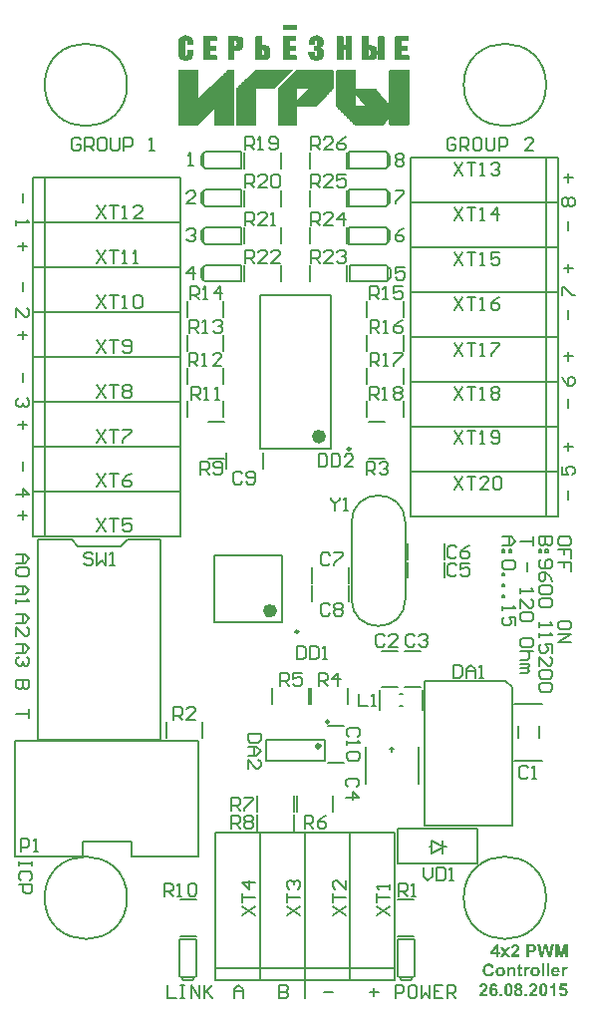
<source format=gto>
%FSLAX44Y44*%
%MOMM*%
G71*
G01*
G75*
%ADD10R,2.3000X0.6000*%
%ADD11R,1.0000X0.9500*%
%ADD12R,1.1000X0.9500*%
%ADD13R,0.9500X1.0000*%
%ADD14R,0.6000X2.2000*%
%ADD15R,0.9500X1.1000*%
%ADD16R,4.6500X2.3000*%
%ADD17R,0.9000X1.0000*%
%ADD18R,1.1000X1.3500*%
%ADD19R,1.6000X3.0000*%
%ADD20R,6.7000X6.7000*%
%ADD21R,1.9500X1.2500*%
%ADD22R,0.5500X1.7500*%
%ADD23R,1.7500X0.5500*%
%ADD24R,1.6000X1.8000*%
%ADD25R,1.0000X0.9000*%
%ADD26C,0.3000*%
%ADD27C,0.5000*%
%ADD28C,1.0000*%
%ADD29C,3.6000*%
%ADD30C,1.5000*%
%ADD31R,1.5000X1.5000*%
%ADD32C,1.7000*%
%ADD33R,1.7000X1.7000*%
%ADD34R,1.6000X1.6000*%
%ADD35R,1.6000X1.6000*%
%ADD36C,0.8000*%
%ADD37C,0.2000*%
%ADD38C,0.2500*%
%ADD39C,0.6000*%
%ADD40C,0.1000*%
%ADD41C,0.0508*%
G36*
X451467Y23250D02*
X449375D01*
Y34130D01*
X451467D01*
Y23250D01*
D02*
G37*
G36*
X461136Y31300D02*
X461278Y31284D01*
X461451Y31253D01*
X461639Y31221D01*
X461843Y31174D01*
X462064Y31111D01*
X462284Y31033D01*
X462520Y30938D01*
X462755Y30813D01*
X462976Y30687D01*
X463196Y30530D01*
X463416Y30341D01*
X463605Y30136D01*
X463620Y30121D01*
X463652Y30089D01*
X463699Y30011D01*
X463762Y29916D01*
X463840Y29791D01*
X463919Y29649D01*
X464013Y29460D01*
X464108Y29256D01*
X464202Y29020D01*
X464296Y28753D01*
X464375Y28470D01*
X464454Y28140D01*
X464516Y27794D01*
X464563Y27417D01*
X464595Y27023D01*
Y26583D01*
X459375D01*
Y26567D01*
Y26536D01*
Y26489D01*
X459391Y26426D01*
X459407Y26269D01*
X459438Y26049D01*
X459501Y25828D01*
X459595Y25577D01*
X459705Y25341D01*
X459863Y25137D01*
X459878Y25121D01*
X459957Y25058D01*
X460051Y24980D01*
X460193Y24885D01*
X460366Y24791D01*
X460586Y24712D01*
X460822Y24649D01*
X461073Y24634D01*
X461152D01*
X461246Y24649D01*
X461356Y24665D01*
X461482Y24697D01*
X461623Y24744D01*
X461765Y24806D01*
X461891Y24901D01*
X461906Y24917D01*
X461954Y24948D01*
X462016Y25011D01*
X462079Y25105D01*
X462174Y25231D01*
X462252Y25373D01*
X462331Y25561D01*
X462410Y25766D01*
X464485Y25420D01*
Y25404D01*
X464469Y25373D01*
X464438Y25310D01*
X464406Y25231D01*
X464359Y25137D01*
X464312Y25027D01*
X464170Y24775D01*
X463997Y24492D01*
X463777Y24193D01*
X463510Y23926D01*
X463211Y23674D01*
X463196D01*
X463180Y23643D01*
X463117Y23627D01*
X463054Y23580D01*
X462976Y23533D01*
X462865Y23486D01*
X462755Y23439D01*
X462614Y23376D01*
X462299Y23266D01*
X461938Y23171D01*
X461513Y23108D01*
X461057Y23077D01*
X460963D01*
X460869Y23093D01*
X460727D01*
X460554Y23124D01*
X460350Y23156D01*
X460130Y23187D01*
X459910Y23250D01*
X459658Y23313D01*
X459407Y23407D01*
X459155Y23517D01*
X458903Y23643D01*
X458652Y23800D01*
X458416Y23973D01*
X458212Y24178D01*
X458007Y24413D01*
X457991Y24429D01*
X457976Y24461D01*
X457944Y24523D01*
X457881Y24602D01*
X457834Y24712D01*
X457771Y24838D01*
X457693Y24980D01*
X457630Y25152D01*
X457551Y25341D01*
X457488Y25545D01*
X457410Y25766D01*
X457363Y26017D01*
X457315Y26269D01*
X457268Y26536D01*
X457253Y26835D01*
X457237Y27134D01*
Y27149D01*
Y27212D01*
Y27322D01*
X457253Y27464D01*
X457268Y27621D01*
X457284Y27810D01*
X457315Y28014D01*
X457363Y28250D01*
X457488Y28737D01*
X457567Y28989D01*
X457661Y29256D01*
X457787Y29508D01*
X457929Y29743D01*
X458086Y29979D01*
X458259Y30199D01*
X458274Y30215D01*
X458306Y30247D01*
X458369Y30309D01*
X458447Y30372D01*
X458542Y30451D01*
X458668Y30545D01*
X458809Y30655D01*
X458966Y30765D01*
X459139Y30860D01*
X459344Y30970D01*
X459548Y31064D01*
X459784Y31143D01*
X460020Y31206D01*
X460287Y31268D01*
X460554Y31300D01*
X460837Y31316D01*
X461010D01*
X461136Y31300D01*
D02*
G37*
G36*
X443967D02*
X444124Y31284D01*
X444297Y31253D01*
X444501Y31221D01*
X444706Y31174D01*
X444942Y31111D01*
X445178Y31033D01*
X445413Y30938D01*
X445665Y30828D01*
X445916Y30687D01*
X446152Y30530D01*
X446388Y30357D01*
X446608Y30152D01*
X446624Y30136D01*
X446656Y30105D01*
X446718Y30026D01*
X446781Y29948D01*
X446876Y29822D01*
X446970Y29696D01*
X447080Y29523D01*
X447190Y29350D01*
X447284Y29146D01*
X447394Y28926D01*
X447489Y28674D01*
X447583Y28423D01*
X447646Y28140D01*
X447709Y27857D01*
X447740Y27542D01*
X447756Y27212D01*
Y27196D01*
Y27134D01*
Y27039D01*
X447740Y26913D01*
X447725Y26756D01*
X447693Y26583D01*
X447662Y26379D01*
X447615Y26174D01*
X447552Y25939D01*
X447473Y25703D01*
X447379Y25451D01*
X447269Y25200D01*
X447127Y24948D01*
X446970Y24712D01*
X446797Y24476D01*
X446593Y24241D01*
X446577Y24225D01*
X446545Y24193D01*
X446483Y24130D01*
X446388Y24052D01*
X446278Y23973D01*
X446137Y23879D01*
X445979Y23769D01*
X445807Y23659D01*
X445602Y23549D01*
X445382Y23439D01*
X445146Y23344D01*
X444879Y23266D01*
X444612Y23187D01*
X444313Y23124D01*
X444014Y23093D01*
X443684Y23077D01*
X443574D01*
X443495Y23093D01*
X443401D01*
X443291Y23108D01*
X443024Y23140D01*
X442693Y23203D01*
X442347Y23281D01*
X441986Y23407D01*
X441609Y23564D01*
X441593D01*
X441561Y23580D01*
X441514Y23612D01*
X441451Y23659D01*
X441278Y23769D01*
X441058Y23926D01*
X440822Y24130D01*
X440571Y24382D01*
X440335Y24665D01*
X440115Y24995D01*
Y25011D01*
X440099Y25042D01*
X440068Y25089D01*
X440036Y25168D01*
X440005Y25262D01*
X439958Y25373D01*
X439911Y25498D01*
X439863Y25640D01*
X439816Y25797D01*
X439769Y25970D01*
X439690Y26363D01*
X439627Y26819D01*
X439612Y27306D01*
Y27322D01*
Y27354D01*
Y27417D01*
X439627Y27479D01*
Y27574D01*
X439643Y27684D01*
X439675Y27951D01*
X439738Y28250D01*
X439832Y28580D01*
X439942Y28942D01*
X440115Y29303D01*
Y29319D01*
X440146Y29350D01*
X440162Y29397D01*
X440209Y29460D01*
X440335Y29633D01*
X440492Y29853D01*
X440697Y30089D01*
X440948Y30341D01*
X441231Y30577D01*
X441561Y30797D01*
X441577D01*
X441609Y30813D01*
X441656Y30844D01*
X441734Y30875D01*
X441813Y30923D01*
X441923Y30954D01*
X442049Y31001D01*
X442175Y31064D01*
X442489Y31158D01*
X442851Y31237D01*
X443244Y31300D01*
X443668Y31316D01*
X443841D01*
X443967Y31300D01*
D02*
G37*
G36*
X455696Y23250D02*
X453605D01*
Y34130D01*
X455696D01*
Y23250D01*
D02*
G37*
G36*
X470192Y31300D02*
X470365Y31268D01*
X470585Y31221D01*
X470821Y31143D01*
X471057Y31048D01*
X471309Y30907D01*
X470648Y29099D01*
X470633Y29114D01*
X470554Y29146D01*
X470460Y29209D01*
X470334Y29272D01*
X470177Y29335D01*
X470019Y29397D01*
X469846Y29429D01*
X469673Y29445D01*
X469610D01*
X469516Y29429D01*
X469422Y29413D01*
X469312Y29382D01*
X469186Y29335D01*
X469060Y29272D01*
X468934Y29193D01*
X468919Y29177D01*
X468887Y29146D01*
X468824Y29083D01*
X468761Y28989D01*
X468683Y28879D01*
X468604Y28721D01*
X468526Y28533D01*
X468463Y28313D01*
Y28281D01*
X468447Y28234D01*
X468431Y28187D01*
Y28108D01*
X468416Y28014D01*
X468400Y27888D01*
X468384Y27747D01*
X468368Y27589D01*
X468353Y27385D01*
X468337Y27181D01*
Y26929D01*
X468321Y26662D01*
X468306Y26363D01*
Y26033D01*
Y25671D01*
Y23250D01*
X466214D01*
Y31143D01*
X468148D01*
Y30026D01*
X468164Y30042D01*
X468227Y30136D01*
X468321Y30278D01*
X468447Y30451D01*
X468573Y30624D01*
X468730Y30797D01*
X468871Y30954D01*
X469029Y31064D01*
X469044Y31080D01*
X469092Y31111D01*
X469186Y31143D01*
X469296Y31190D01*
X469422Y31237D01*
X469579Y31284D01*
X469736Y31300D01*
X469925Y31316D01*
X470051D01*
X470192Y31300D01*
D02*
G37*
G36*
X438071D02*
X438244Y31268D01*
X438464Y31221D01*
X438700Y31143D01*
X438936Y31048D01*
X439187Y30907D01*
X438527Y29099D01*
X438511Y29114D01*
X438433Y29146D01*
X438338Y29209D01*
X438213Y29272D01*
X438055Y29335D01*
X437898Y29397D01*
X437725Y29429D01*
X437552Y29445D01*
X437489D01*
X437395Y29429D01*
X437300Y29413D01*
X437191Y29382D01*
X437065Y29335D01*
X436939Y29272D01*
X436813Y29193D01*
X436797Y29177D01*
X436766Y29146D01*
X436703Y29083D01*
X436640Y28989D01*
X436562Y28879D01*
X436483Y28721D01*
X436404Y28533D01*
X436342Y28313D01*
Y28281D01*
X436326Y28234D01*
X436310Y28187D01*
Y28108D01*
X436294Y28014D01*
X436279Y27888D01*
X436263Y27747D01*
X436247Y27589D01*
X436231Y27385D01*
X436216Y27181D01*
Y26929D01*
X436200Y26662D01*
X436184Y26363D01*
Y26033D01*
Y25671D01*
Y23250D01*
X434093D01*
Y31143D01*
X436027D01*
Y30026D01*
X436043Y30042D01*
X436106Y30136D01*
X436200Y30278D01*
X436326Y30451D01*
X436451Y30624D01*
X436609Y30797D01*
X436750Y30954D01*
X436908Y31064D01*
X436923Y31080D01*
X436970Y31111D01*
X437065Y31143D01*
X437175Y31190D01*
X437300Y31237D01*
X437458Y31284D01*
X437615Y31300D01*
X437804Y31316D01*
X437929D01*
X438071Y31300D01*
D02*
G37*
G36*
X424581D02*
X424754Y31284D01*
X424943Y31253D01*
X425147Y31206D01*
X425367Y31143D01*
X425587Y31064D01*
X425619Y31048D01*
X425681Y31017D01*
X425792Y30970D01*
X425917Y30891D01*
X426059Y30797D01*
X426200Y30687D01*
X426342Y30561D01*
X426468Y30419D01*
X426483Y30404D01*
X426515Y30357D01*
X426562Y30278D01*
X426625Y30168D01*
X426703Y30042D01*
X426766Y29885D01*
X426829Y29728D01*
X426876Y29539D01*
Y29523D01*
X426892Y29445D01*
X426924Y29335D01*
X426939Y29177D01*
X426971Y28989D01*
X426987Y28737D01*
X427002Y28470D01*
Y28140D01*
Y23250D01*
X424911D01*
Y27259D01*
Y27275D01*
Y27322D01*
Y27385D01*
Y27464D01*
Y27574D01*
Y27684D01*
X424895Y27951D01*
X424880Y28218D01*
X424848Y28501D01*
X424817Y28737D01*
X424801Y28832D01*
X424770Y28910D01*
Y28926D01*
X424738Y28973D01*
X424707Y29036D01*
X424660Y29130D01*
X424518Y29319D01*
X424440Y29413D01*
X424329Y29492D01*
X424314Y29508D01*
X424282Y29523D01*
X424219Y29555D01*
X424125Y29602D01*
X424015Y29649D01*
X423905Y29681D01*
X423763Y29696D01*
X423606Y29712D01*
X423512D01*
X423418Y29696D01*
X423292Y29681D01*
X423134Y29633D01*
X422977Y29586D01*
X422804Y29508D01*
X422631Y29413D01*
X422616Y29397D01*
X422569Y29366D01*
X422490Y29288D01*
X422396Y29209D01*
X422301Y29083D01*
X422207Y28957D01*
X422113Y28784D01*
X422050Y28611D01*
Y28596D01*
X422018Y28517D01*
X422002Y28391D01*
X421971Y28203D01*
X421955Y28093D01*
X421940Y27951D01*
X421924Y27810D01*
Y27637D01*
X421908Y27464D01*
X421892Y27259D01*
Y27039D01*
Y26803D01*
Y23250D01*
X419801D01*
Y31143D01*
X421735D01*
Y29979D01*
X421751Y29995D01*
X421782Y30042D01*
X421845Y30105D01*
X421924Y30184D01*
X422018Y30294D01*
X422144Y30404D01*
X422285Y30530D01*
X422443Y30655D01*
X422616Y30765D01*
X422820Y30891D01*
X423024Y31001D01*
X423260Y31111D01*
X423512Y31190D01*
X423763Y31253D01*
X424046Y31300D01*
X424329Y31316D01*
X424440D01*
X424581Y31300D01*
D02*
G37*
G36*
X431310Y31143D02*
X432741D01*
Y29476D01*
X431310D01*
Y26284D01*
Y26269D01*
Y26237D01*
Y26190D01*
Y26127D01*
Y25970D01*
Y25781D01*
X431326Y25593D01*
Y25404D01*
Y25262D01*
X431342Y25200D01*
Y25168D01*
X431357Y25137D01*
X431389Y25074D01*
X431436Y24995D01*
X431530Y24901D01*
X431562Y24885D01*
X431625Y24854D01*
X431735Y24822D01*
X431876Y24806D01*
X431939D01*
X432002Y24822D01*
X432096Y24838D01*
X432222Y24854D01*
X432364Y24885D01*
X432537Y24932D01*
X432725Y24995D01*
X432914Y23376D01*
X432898D01*
X432882Y23360D01*
X432788Y23329D01*
X432631Y23281D01*
X432426Y23234D01*
X432191Y23171D01*
X431908Y23124D01*
X431593Y23093D01*
X431263Y23077D01*
X431169D01*
X431059Y23093D01*
X430917Y23108D01*
X430760Y23124D01*
X430587Y23156D01*
X430414Y23203D01*
X430241Y23266D01*
X430225Y23281D01*
X430163Y23297D01*
X430084Y23344D01*
X429990Y23391D01*
X429769Y23549D01*
X429659Y23643D01*
X429565Y23753D01*
X429549Y23769D01*
X429534Y23816D01*
X429502Y23879D01*
X429455Y23973D01*
X429408Y24083D01*
X429361Y24225D01*
X429314Y24382D01*
X429282Y24555D01*
Y24571D01*
X429266Y24634D01*
Y24728D01*
X429251Y24885D01*
X429235Y25089D01*
Y25341D01*
X429219Y25483D01*
Y25656D01*
Y25828D01*
Y26033D01*
Y29476D01*
X428260D01*
Y31143D01*
X429219D01*
Y32715D01*
X431310Y33941D01*
Y31143D01*
D02*
G37*
G36*
X440555Y50614D02*
X440964D01*
X441404Y50583D01*
X441844Y50551D01*
X442033Y50536D01*
X442222Y50520D01*
X442379Y50489D01*
X442505Y50457D01*
X442520D01*
X442552Y50441D01*
X442599Y50426D01*
X442662Y50410D01*
X442835Y50331D01*
X443055Y50237D01*
X443291Y50096D01*
X443558Y49907D01*
X443810Y49671D01*
X444061Y49388D01*
Y49372D01*
X444093Y49356D01*
X444124Y49309D01*
X444156Y49247D01*
X444218Y49152D01*
X444266Y49058D01*
X444328Y48948D01*
X444391Y48822D01*
X444501Y48507D01*
X444612Y48162D01*
X444674Y47737D01*
X444706Y47281D01*
Y47265D01*
Y47234D01*
Y47187D01*
Y47108D01*
X444690Y47030D01*
Y46919D01*
X444659Y46699D01*
X444612Y46432D01*
X444549Y46133D01*
X444454Y45850D01*
X444328Y45583D01*
X444313Y45552D01*
X444266Y45473D01*
X444187Y45347D01*
X444077Y45190D01*
X443951Y45033D01*
X443778Y44844D01*
X443605Y44671D01*
X443401Y44514D01*
X443369Y44498D01*
X443307Y44451D01*
X443196Y44388D01*
X443055Y44310D01*
X442882Y44215D01*
X442693Y44137D01*
X442489Y44058D01*
X442269Y43995D01*
X442237D01*
X442190Y43979D01*
X442127D01*
X442049Y43964D01*
X441939Y43948D01*
X441829Y43932D01*
X441687D01*
X441546Y43917D01*
X441373Y43901D01*
X441184Y43885D01*
X440980Y43869D01*
X440760D01*
X440524Y43854D01*
X438574D01*
Y39750D01*
X436373D01*
Y50630D01*
X440382D01*
X440555Y50614D01*
D02*
G37*
G36*
X427065Y50677D02*
X427207Y50662D01*
X427364Y50646D01*
X427537Y50614D01*
X427725Y50583D01*
X428134Y50473D01*
X428543Y50316D01*
X428763Y50221D01*
X428952Y50111D01*
X429156Y49970D01*
X429329Y49812D01*
X429345Y49797D01*
X429376Y49781D01*
X429408Y49718D01*
X429471Y49655D01*
X429549Y49577D01*
X429628Y49467D01*
X429706Y49356D01*
X429801Y49215D01*
X429958Y48901D01*
X430115Y48539D01*
X430178Y48334D01*
X430210Y48114D01*
X430241Y47879D01*
X430257Y47643D01*
Y47611D01*
Y47517D01*
X430241Y47375D01*
X430225Y47203D01*
X430194Y46982D01*
X430147Y46747D01*
X430084Y46495D01*
X429990Y46243D01*
X429974Y46212D01*
X429942Y46133D01*
X429879Y45992D01*
X429785Y45819D01*
X429675Y45615D01*
X429534Y45379D01*
X429361Y45127D01*
X429156Y44860D01*
X429141Y44844D01*
X429078Y44766D01*
X428983Y44655D01*
X428842Y44498D01*
X428653Y44310D01*
X428417Y44058D01*
X428134Y43791D01*
X427788Y43460D01*
X427773Y43445D01*
X427741Y43429D01*
X427694Y43382D01*
X427631Y43319D01*
X427458Y43162D01*
X427254Y42973D01*
X427049Y42769D01*
X426845Y42564D01*
X426656Y42391D01*
X426594Y42313D01*
X426531Y42250D01*
X426515Y42234D01*
X426483Y42203D01*
X426436Y42140D01*
X426373Y42061D01*
X426232Y41888D01*
X426106Y41684D01*
X430257D01*
Y39750D01*
X422946D01*
Y39766D01*
Y39797D01*
X422962Y39860D01*
X422977Y39939D01*
X422993Y40033D01*
X423009Y40143D01*
X423072Y40426D01*
X423166Y40740D01*
X423292Y41086D01*
X423449Y41464D01*
X423653Y41825D01*
Y41841D01*
X423685Y41873D01*
X423716Y41936D01*
X423779Y41998D01*
X423842Y42108D01*
X423936Y42218D01*
X424046Y42360D01*
X424172Y42517D01*
X424314Y42706D01*
X424487Y42895D01*
X424675Y43115D01*
X424895Y43351D01*
X425131Y43586D01*
X425398Y43854D01*
X425681Y44137D01*
X425996Y44435D01*
X426012Y44451D01*
X426059Y44498D01*
X426122Y44561D01*
X426216Y44655D01*
X426342Y44750D01*
X426468Y44876D01*
X426751Y45159D01*
X427034Y45457D01*
X427317Y45756D01*
X427443Y45882D01*
X427568Y46023D01*
X427663Y46133D01*
X427725Y46228D01*
X427741Y46259D01*
X427788Y46338D01*
X427867Y46464D01*
X427946Y46637D01*
X428024Y46825D01*
X428103Y47045D01*
X428150Y47265D01*
X428166Y47501D01*
Y47517D01*
Y47533D01*
Y47611D01*
X428150Y47753D01*
X428119Y47910D01*
X428071Y48083D01*
X428008Y48256D01*
X427914Y48429D01*
X427788Y48586D01*
X427773Y48602D01*
X427725Y48649D01*
X427631Y48712D01*
X427521Y48775D01*
X427364Y48838D01*
X427191Y48901D01*
X426987Y48948D01*
X426751Y48963D01*
X426641D01*
X426515Y48948D01*
X426373Y48916D01*
X426200Y48869D01*
X426027Y48790D01*
X425854Y48696D01*
X425697Y48570D01*
X425681Y48555D01*
X425634Y48492D01*
X425572Y48397D01*
X425509Y48256D01*
X425430Y48083D01*
X425367Y47847D01*
X425304Y47580D01*
X425273Y47265D01*
X423197Y47470D01*
Y47485D01*
X423213Y47548D01*
Y47627D01*
X423245Y47753D01*
X423260Y47894D01*
X423307Y48052D01*
X423355Y48225D01*
X423402Y48429D01*
X423559Y48822D01*
X423748Y49231D01*
X423873Y49435D01*
X424015Y49624D01*
X424172Y49781D01*
X424345Y49938D01*
X424361Y49954D01*
X424392Y49970D01*
X424440Y50001D01*
X424518Y50064D01*
X424612Y50111D01*
X424738Y50174D01*
X424864Y50253D01*
X425021Y50316D01*
X425194Y50394D01*
X425383Y50457D01*
X425792Y50583D01*
X426279Y50662D01*
X426531Y50677D01*
X426798Y50693D01*
X426955D01*
X427065Y50677D01*
D02*
G37*
G36*
X412412Y43759D02*
X413764D01*
Y41936D01*
X412412D01*
Y39750D01*
X410399D01*
Y41936D01*
X405934D01*
Y43744D01*
X410651Y50677D01*
X412412D01*
Y43759D01*
D02*
G37*
G36*
X457095Y39750D02*
X454721D01*
X452583Y47879D01*
X450413Y39750D01*
X448023D01*
X445445Y50630D01*
X447693D01*
X449328Y43146D01*
X451309Y50630D01*
X453951D01*
X455838Y43020D01*
X457504Y50630D01*
X459721D01*
X457095Y39750D01*
D02*
G37*
G36*
X414408Y31300D02*
X414566Y31284D01*
X414739Y31253D01*
X414943Y31221D01*
X415147Y31174D01*
X415383Y31111D01*
X415619Y31033D01*
X415855Y30938D01*
X416106Y30828D01*
X416358Y30687D01*
X416594Y30530D01*
X416830Y30357D01*
X417050Y30152D01*
X417066Y30136D01*
X417097Y30105D01*
X417160Y30026D01*
X417223Y29948D01*
X417317Y29822D01*
X417411Y29696D01*
X417522Y29523D01*
X417632Y29350D01*
X417726Y29146D01*
X417836Y28926D01*
X417930Y28674D01*
X418025Y28423D01*
X418088Y28140D01*
X418150Y27857D01*
X418182Y27542D01*
X418198Y27212D01*
Y27196D01*
Y27134D01*
Y27039D01*
X418182Y26913D01*
X418166Y26756D01*
X418135Y26583D01*
X418103Y26379D01*
X418056Y26174D01*
X417993Y25939D01*
X417915Y25703D01*
X417820Y25451D01*
X417710Y25200D01*
X417569Y24948D01*
X417411Y24712D01*
X417239Y24476D01*
X417034Y24241D01*
X417018Y24225D01*
X416987Y24193D01*
X416924Y24130D01*
X416830Y24052D01*
X416720Y23973D01*
X416578Y23879D01*
X416421Y23769D01*
X416248Y23659D01*
X416044Y23549D01*
X415824Y23439D01*
X415588Y23344D01*
X415320Y23266D01*
X415053Y23187D01*
X414754Y23124D01*
X414456Y23093D01*
X414125Y23077D01*
X414015D01*
X413937Y23093D01*
X413842D01*
X413732Y23108D01*
X413465Y23140D01*
X413135Y23203D01*
X412789Y23281D01*
X412427Y23407D01*
X412050Y23564D01*
X412034D01*
X412003Y23580D01*
X411956Y23612D01*
X411893Y23659D01*
X411720Y23769D01*
X411500Y23926D01*
X411264Y24130D01*
X411012Y24382D01*
X410776Y24665D01*
X410556Y24995D01*
Y25011D01*
X410541Y25042D01*
X410509Y25089D01*
X410478Y25168D01*
X410446Y25262D01*
X410399Y25373D01*
X410352Y25498D01*
X410305Y25640D01*
X410258Y25797D01*
X410210Y25970D01*
X410132Y26363D01*
X410069Y26819D01*
X410053Y27306D01*
Y27322D01*
Y27354D01*
Y27417D01*
X410069Y27479D01*
Y27574D01*
X410085Y27684D01*
X410116Y27951D01*
X410179Y28250D01*
X410273Y28580D01*
X410383Y28942D01*
X410556Y29303D01*
Y29319D01*
X410588Y29350D01*
X410604Y29397D01*
X410651Y29460D01*
X410776Y29633D01*
X410934Y29853D01*
X411138Y30089D01*
X411390Y30341D01*
X411673Y30577D01*
X412003Y30797D01*
X412019D01*
X412050Y30813D01*
X412097Y30844D01*
X412176Y30875D01*
X412254Y30923D01*
X412365Y30954D01*
X412490Y31001D01*
X412616Y31064D01*
X412930Y31158D01*
X413292Y31237D01*
X413685Y31300D01*
X414110Y31316D01*
X414283D01*
X414408Y31300D01*
D02*
G37*
G36*
X419503Y43901D02*
X422411Y39750D01*
X419864D01*
X418245Y42187D01*
X416625Y39750D01*
X414188D01*
X417034Y43806D01*
X414314Y47643D01*
X416861D01*
X418245Y45457D01*
X419723Y47643D01*
X422160D01*
X419503Y43901D01*
D02*
G37*
G36*
X471309Y39750D02*
X469280D01*
X469265Y48303D01*
X467126Y39750D01*
X465004D01*
X462865Y48303D01*
Y39750D01*
X460837D01*
Y50630D01*
X464123D01*
X466073Y43193D01*
X468007Y50630D01*
X471309D01*
Y39750D01*
D02*
G37*
G36*
X404598Y34319D02*
X404771Y34303D01*
X404959Y34272D01*
X405179Y34240D01*
X405415Y34193D01*
X405667Y34130D01*
X405934Y34051D01*
X406201Y33957D01*
X406484Y33831D01*
X406752Y33705D01*
X407003Y33548D01*
X407270Y33360D01*
X407506Y33155D01*
X407522D01*
X407538Y33124D01*
X407585Y33077D01*
X407632Y33029D01*
X407695Y32951D01*
X407758Y32857D01*
X407931Y32636D01*
X408104Y32353D01*
X408292Y32008D01*
X408465Y31614D01*
X408623Y31158D01*
X406453Y30640D01*
Y30655D01*
X406437Y30671D01*
Y30718D01*
X406406Y30781D01*
X406358Y30923D01*
X406280Y31111D01*
X406170Y31331D01*
X406028Y31551D01*
X405840Y31772D01*
X405635Y31960D01*
X405604Y31976D01*
X405525Y32039D01*
X405399Y32118D01*
X405226Y32212D01*
X405006Y32306D01*
X404755Y32385D01*
X404472Y32448D01*
X404157Y32463D01*
X404047D01*
X403953Y32448D01*
X403859Y32432D01*
X403733Y32416D01*
X403465Y32353D01*
X403151Y32243D01*
X402821Y32086D01*
X402648Y31992D01*
X402491Y31882D01*
X402333Y31740D01*
X402192Y31583D01*
Y31567D01*
X402160Y31536D01*
X402129Y31489D01*
X402082Y31410D01*
X402019Y31316D01*
X401956Y31206D01*
X401893Y31064D01*
X401830Y30907D01*
X401752Y30718D01*
X401689Y30514D01*
X401626Y30278D01*
X401563Y30026D01*
X401516Y29743D01*
X401484Y29445D01*
X401469Y29114D01*
X401453Y28753D01*
Y28737D01*
Y28659D01*
Y28549D01*
X401469Y28423D01*
Y28250D01*
X401500Y28045D01*
X401516Y27841D01*
X401547Y27605D01*
X401642Y27118D01*
X401768Y26630D01*
X401846Y26395D01*
X401956Y26174D01*
X402066Y25970D01*
X402192Y25797D01*
X402208Y25781D01*
X402223Y25766D01*
X402271Y25718D01*
X402333Y25656D01*
X402491Y25530D01*
X402711Y25373D01*
X402978Y25200D01*
X403308Y25074D01*
X403686Y24964D01*
X403890Y24948D01*
X404110Y24932D01*
X404189D01*
X404252Y24948D01*
X404425Y24964D01*
X404629Y24995D01*
X404849Y25074D01*
X405101Y25168D01*
X405352Y25294D01*
X405604Y25483D01*
X405635Y25514D01*
X405714Y25593D01*
X405824Y25718D01*
X405950Y25907D01*
X406107Y26159D01*
X406248Y26457D01*
X406390Y26819D01*
X406516Y27243D01*
X408654Y26583D01*
Y26567D01*
X408638Y26505D01*
X408607Y26410D01*
X408560Y26284D01*
X408497Y26143D01*
X408434Y25970D01*
X408355Y25781D01*
X408261Y25577D01*
X408041Y25152D01*
X407758Y24712D01*
X407412Y24288D01*
X407223Y24099D01*
X407019Y23926D01*
X407003Y23910D01*
X406972Y23895D01*
X406909Y23847D01*
X406814Y23785D01*
X406704Y23722D01*
X406563Y23659D01*
X406406Y23580D01*
X406233Y23502D01*
X406028Y23407D01*
X405808Y23329D01*
X405572Y23266D01*
X405321Y23203D01*
X405053Y23140D01*
X404755Y23093D01*
X404456Y23077D01*
X404126Y23061D01*
X404031D01*
X403922Y23077D01*
X403764Y23093D01*
X403591Y23108D01*
X403371Y23140D01*
X403135Y23187D01*
X402868Y23250D01*
X402601Y23329D01*
X402318Y23423D01*
X402019Y23549D01*
X401720Y23690D01*
X401422Y23847D01*
X401123Y24052D01*
X400840Y24272D01*
X400573Y24539D01*
X400557Y24555D01*
X400510Y24602D01*
X400447Y24697D01*
X400352Y24806D01*
X400258Y24964D01*
X400132Y25137D01*
X400006Y25357D01*
X399881Y25608D01*
X399755Y25876D01*
X399629Y26174D01*
X399503Y26520D01*
X399409Y26882D01*
X399315Y27259D01*
X399252Y27684D01*
X399205Y28124D01*
X399189Y28596D01*
Y28611D01*
Y28627D01*
Y28721D01*
X399205Y28863D01*
Y29052D01*
X399236Y29272D01*
X399268Y29539D01*
X399299Y29822D01*
X399362Y30152D01*
X399440Y30482D01*
X399535Y30828D01*
X399645Y31174D01*
X399786Y31536D01*
X399944Y31882D01*
X400132Y32212D01*
X400337Y32526D01*
X400588Y32825D01*
X400604Y32841D01*
X400651Y32888D01*
X400730Y32967D01*
X400840Y33061D01*
X400981Y33171D01*
X401154Y33297D01*
X401343Y33438D01*
X401579Y33580D01*
X401830Y33721D01*
X402098Y33863D01*
X402412Y33988D01*
X402727Y34099D01*
X403088Y34193D01*
X403450Y34272D01*
X403859Y34319D01*
X404267Y34334D01*
X404456D01*
X404598Y34319D01*
D02*
G37*
G36*
X442426Y17427D02*
X442568Y17412D01*
X442725Y17396D01*
X442898Y17364D01*
X443087Y17333D01*
X443495Y17223D01*
X443904Y17066D01*
X444124Y16971D01*
X444313Y16861D01*
X444517Y16720D01*
X444690Y16562D01*
X444706Y16547D01*
X444737Y16531D01*
X444769Y16468D01*
X444832Y16405D01*
X444910Y16327D01*
X444989Y16217D01*
X445067Y16106D01*
X445162Y15965D01*
X445319Y15651D01*
X445476Y15289D01*
X445539Y15085D01*
X445571Y14864D01*
X445602Y14629D01*
X445618Y14393D01*
Y14361D01*
Y14267D01*
X445602Y14125D01*
X445586Y13952D01*
X445555Y13732D01*
X445508Y13497D01*
X445445Y13245D01*
X445350Y12993D01*
X445335Y12962D01*
X445303Y12883D01*
X445241Y12742D01*
X445146Y12569D01*
X445036Y12364D01*
X444895Y12129D01*
X444722Y11877D01*
X444517Y11610D01*
X444501Y11594D01*
X444439Y11516D01*
X444344Y11406D01*
X444203Y11248D01*
X444014Y11060D01*
X443778Y10808D01*
X443495Y10541D01*
X443149Y10210D01*
X443134Y10195D01*
X443102Y10179D01*
X443055Y10132D01*
X442992Y10069D01*
X442819Y9912D01*
X442615Y9723D01*
X442410Y9519D01*
X442206Y9314D01*
X442017Y9141D01*
X441954Y9063D01*
X441892Y9000D01*
X441876Y8984D01*
X441844Y8953D01*
X441797Y8890D01*
X441734Y8811D01*
X441593Y8638D01*
X441467Y8434D01*
X445618D01*
Y6500D01*
X438307D01*
Y6516D01*
Y6547D01*
X438322Y6610D01*
X438338Y6689D01*
X438354Y6783D01*
X438370Y6893D01*
X438433Y7176D01*
X438527Y7491D01*
X438653Y7836D01*
X438810Y8214D01*
X439014Y8575D01*
Y8591D01*
X439046Y8623D01*
X439077Y8686D01*
X439140Y8748D01*
X439203Y8858D01*
X439297Y8968D01*
X439407Y9110D01*
X439533Y9267D01*
X439675Y9456D01*
X439848Y9645D01*
X440036Y9865D01*
X440256Y10101D01*
X440492Y10336D01*
X440760Y10604D01*
X441043Y10887D01*
X441357Y11185D01*
X441373Y11201D01*
X441420Y11248D01*
X441483Y11311D01*
X441577Y11406D01*
X441703Y11500D01*
X441829Y11626D01*
X442112Y11909D01*
X442395Y12207D01*
X442678Y12506D01*
X442803Y12632D01*
X442929Y12773D01*
X443024Y12883D01*
X443087Y12978D01*
X443102Y13009D01*
X443149Y13088D01*
X443228Y13214D01*
X443307Y13386D01*
X443385Y13575D01*
X443464Y13795D01*
X443511Y14015D01*
X443527Y14251D01*
Y14267D01*
Y14283D01*
Y14361D01*
X443511Y14503D01*
X443479Y14660D01*
X443432Y14833D01*
X443369Y15006D01*
X443275Y15179D01*
X443149Y15336D01*
X443134Y15352D01*
X443087Y15399D01*
X442992Y15462D01*
X442882Y15525D01*
X442725Y15588D01*
X442552Y15651D01*
X442347Y15698D01*
X442112Y15713D01*
X442002D01*
X441876Y15698D01*
X441734Y15666D01*
X441561Y15619D01*
X441388Y15540D01*
X441216Y15446D01*
X441058Y15320D01*
X441043Y15305D01*
X440995Y15242D01*
X440933Y15147D01*
X440870Y15006D01*
X440791Y14833D01*
X440728Y14597D01*
X440665Y14330D01*
X440634Y14015D01*
X438558Y14220D01*
Y14236D01*
X438574Y14298D01*
Y14377D01*
X438605Y14503D01*
X438621Y14644D01*
X438668Y14801D01*
X438716Y14974D01*
X438763Y15179D01*
X438920Y15572D01*
X439109Y15981D01*
X439234Y16185D01*
X439376Y16374D01*
X439533Y16531D01*
X439706Y16688D01*
X439722Y16704D01*
X439753Y16720D01*
X439800Y16751D01*
X439879Y16814D01*
X439973Y16861D01*
X440099Y16924D01*
X440225Y17003D01*
X440382Y17066D01*
X440555Y17144D01*
X440744Y17207D01*
X441153Y17333D01*
X441640Y17412D01*
X441892Y17427D01*
X442159Y17443D01*
X442316D01*
X442426Y17427D01*
D02*
G37*
G36*
X436876Y6500D02*
X434785D01*
Y8591D01*
X436876D01*
Y6500D01*
D02*
G37*
G36*
X415729D02*
X413638D01*
Y8591D01*
X415729D01*
Y6500D01*
D02*
G37*
G36*
X408921Y17427D02*
X409031D01*
X409157Y17412D01*
X409440Y17349D01*
X409755Y17270D01*
X410100Y17144D01*
X410446Y16971D01*
X410604Y16861D01*
X410761Y16735D01*
X410776D01*
X410792Y16704D01*
X410839Y16657D01*
X410887Y16610D01*
X410965Y16531D01*
X411028Y16452D01*
X411201Y16232D01*
X411374Y15934D01*
X411547Y15588D01*
X411704Y15195D01*
X411814Y14723D01*
X409802Y14503D01*
Y14534D01*
X409786Y14597D01*
X409755Y14707D01*
X409723Y14849D01*
X409676Y14990D01*
X409597Y15147D01*
X409519Y15289D01*
X409409Y15415D01*
X409393Y15430D01*
X409346Y15462D01*
X409283Y15509D01*
X409188Y15572D01*
X409078Y15619D01*
X408937Y15666D01*
X408764Y15698D01*
X408591Y15713D01*
X408560D01*
X408481Y15698D01*
X408355Y15682D01*
X408198Y15635D01*
X408025Y15572D01*
X407836Y15462D01*
X407648Y15320D01*
X407475Y15116D01*
X407459Y15085D01*
X407428Y15053D01*
X407396Y14990D01*
X407365Y14927D01*
X407318Y14833D01*
X407286Y14723D01*
X407239Y14581D01*
X407176Y14424D01*
X407129Y14251D01*
X407082Y14047D01*
X407034Y13827D01*
X406987Y13575D01*
X406956Y13292D01*
X406925Y12978D01*
X406893Y12648D01*
X406909Y12663D01*
X406925Y12695D01*
X406972Y12726D01*
X407034Y12789D01*
X407113Y12868D01*
X407207Y12946D01*
X407428Y13119D01*
X407711Y13276D01*
X408041Y13434D01*
X408229Y13497D01*
X408418Y13528D01*
X408623Y13559D01*
X408843Y13575D01*
X408968D01*
X409063Y13559D01*
X409173Y13544D01*
X409299Y13528D01*
X409456Y13497D01*
X409613Y13449D01*
X409959Y13324D01*
X410148Y13245D01*
X410336Y13151D01*
X410525Y13041D01*
X410714Y12899D01*
X410902Y12742D01*
X411075Y12569D01*
X411091Y12553D01*
X411122Y12522D01*
X411170Y12475D01*
X411217Y12396D01*
X411295Y12286D01*
X411374Y12176D01*
X411453Y12034D01*
X411547Y11877D01*
X411641Y11704D01*
X411720Y11500D01*
X411799Y11295D01*
X411877Y11060D01*
X411924Y10824D01*
X411971Y10556D01*
X412003Y10289D01*
X412019Y9990D01*
Y9975D01*
Y9912D01*
Y9833D01*
X412003Y9707D01*
X411987Y9566D01*
X411971Y9409D01*
X411940Y9220D01*
X411893Y9031D01*
X411783Y8591D01*
X411704Y8371D01*
X411594Y8151D01*
X411484Y7931D01*
X411358Y7711D01*
X411201Y7491D01*
X411028Y7302D01*
X411012Y7286D01*
X410981Y7255D01*
X410934Y7207D01*
X410855Y7145D01*
X410761Y7066D01*
X410635Y6987D01*
X410509Y6893D01*
X410352Y6799D01*
X410179Y6704D01*
X409990Y6610D01*
X409786Y6532D01*
X409550Y6453D01*
X409314Y6390D01*
X409063Y6343D01*
X408796Y6311D01*
X408512Y6296D01*
X408434D01*
X408355Y6311D01*
X408245D01*
X408104Y6343D01*
X407931Y6359D01*
X407758Y6406D01*
X407553Y6453D01*
X407349Y6516D01*
X407129Y6610D01*
X406893Y6704D01*
X406673Y6830D01*
X406437Y6972D01*
X406217Y7145D01*
X405997Y7349D01*
X405793Y7569D01*
X405777Y7585D01*
X405745Y7632D01*
X405698Y7711D01*
X405635Y7821D01*
X405541Y7962D01*
X405462Y8135D01*
X405368Y8340D01*
X405274Y8575D01*
X405164Y8858D01*
X405069Y9157D01*
X404991Y9503D01*
X404912Y9896D01*
X404833Y10305D01*
X404786Y10761D01*
X404755Y11248D01*
X404739Y11783D01*
Y11798D01*
Y11814D01*
Y11861D01*
Y11909D01*
Y12066D01*
X404755Y12270D01*
X404771Y12522D01*
X404802Y12805D01*
X404833Y13119D01*
X404880Y13449D01*
X404928Y13795D01*
X405006Y14157D01*
X405101Y14519D01*
X405211Y14880D01*
X405336Y15210D01*
X405478Y15540D01*
X405651Y15839D01*
X405840Y16106D01*
X405855Y16122D01*
X405887Y16169D01*
X405950Y16232D01*
X406044Y16311D01*
X406154Y16421D01*
X406280Y16531D01*
X406437Y16657D01*
X406610Y16783D01*
X406814Y16893D01*
X407019Y17018D01*
X407270Y17128D01*
X407522Y17239D01*
X407789Y17317D01*
X408088Y17380D01*
X408387Y17427D01*
X408717Y17443D01*
X408843D01*
X408921Y17427D01*
D02*
G37*
G36*
X470821Y15289D02*
X466875D01*
X466545Y13434D01*
X466560D01*
X466576Y13449D01*
X466670Y13497D01*
X466812Y13544D01*
X466985Y13622D01*
X467205Y13685D01*
X467441Y13732D01*
X467708Y13780D01*
X467975Y13795D01*
X468117D01*
X468211Y13780D01*
X468321Y13764D01*
X468463Y13748D01*
X468620Y13717D01*
X468793Y13670D01*
X469155Y13544D01*
X469359Y13465D01*
X469548Y13371D01*
X469752Y13245D01*
X469956Y13103D01*
X470145Y12946D01*
X470334Y12773D01*
X470350Y12758D01*
X470381Y12726D01*
X470428Y12663D01*
X470491Y12585D01*
X470554Y12490D01*
X470648Y12364D01*
X470727Y12223D01*
X470821Y12066D01*
X470915Y11893D01*
X470994Y11688D01*
X471088Y11468D01*
X471151Y11248D01*
X471214Y10997D01*
X471261Y10729D01*
X471293Y10446D01*
X471309Y10148D01*
Y10132D01*
Y10085D01*
Y10022D01*
X471293Y9927D01*
Y9802D01*
X471261Y9660D01*
X471246Y9503D01*
X471214Y9346D01*
X471120Y8968D01*
X470978Y8560D01*
X470884Y8340D01*
X470790Y8135D01*
X470664Y7931D01*
X470522Y7726D01*
X470507Y7711D01*
X470475Y7663D01*
X470412Y7601D01*
X470334Y7506D01*
X470224Y7396D01*
X470082Y7270D01*
X469925Y7145D01*
X469752Y7019D01*
X469548Y6877D01*
X469328Y6752D01*
X469092Y6626D01*
X468824Y6516D01*
X468541Y6421D01*
X468243Y6359D01*
X467912Y6311D01*
X467567Y6296D01*
X467425D01*
X467315Y6311D01*
X467189Y6327D01*
X467032Y6343D01*
X466875Y6359D01*
X466686Y6390D01*
X466309Y6484D01*
X465884Y6641D01*
X465680Y6720D01*
X465475Y6830D01*
X465287Y6956D01*
X465098Y7097D01*
X465082Y7113D01*
X465051Y7129D01*
X465004Y7176D01*
X464941Y7239D01*
X464878Y7333D01*
X464784Y7428D01*
X464705Y7538D01*
X464611Y7663D01*
X464501Y7821D01*
X464406Y7978D01*
X464233Y8355D01*
X464076Y8780D01*
X464029Y9016D01*
X463982Y9267D01*
X466057Y9487D01*
Y9456D01*
X466073Y9377D01*
X466104Y9236D01*
X466152Y9079D01*
X466214Y8906D01*
X466309Y8717D01*
X466435Y8544D01*
X466576Y8371D01*
X466592Y8355D01*
X466655Y8308D01*
X466749Y8245D01*
X466875Y8167D01*
X467016Y8088D01*
X467189Y8025D01*
X467394Y7978D01*
X467598Y7962D01*
X467629D01*
X467708Y7978D01*
X467834Y7994D01*
X467991Y8025D01*
X468164Y8088D01*
X468353Y8182D01*
X468541Y8324D01*
X468714Y8497D01*
X468730Y8528D01*
X468793Y8591D01*
X468856Y8717D01*
X468950Y8906D01*
X469029Y9126D01*
X469107Y9393D01*
X469155Y9723D01*
X469170Y10101D01*
Y10116D01*
Y10148D01*
Y10195D01*
Y10273D01*
X469155Y10446D01*
X469107Y10667D01*
X469060Y10918D01*
X468982Y11170D01*
X468871Y11406D01*
X468714Y11610D01*
X468699Y11626D01*
X468636Y11688D01*
X468526Y11767D01*
X468400Y11877D01*
X468227Y11971D01*
X468022Y12050D01*
X467787Y12113D01*
X467535Y12129D01*
X467441D01*
X467378Y12113D01*
X467221Y12082D01*
X467001Y12034D01*
X466749Y11940D01*
X466482Y11798D01*
X466340Y11704D01*
X466199Y11594D01*
X466057Y11468D01*
X465916Y11327D01*
X464233Y11563D01*
X465303Y17239D01*
X470821D01*
Y15289D01*
D02*
G37*
G36*
X460822Y6500D02*
X458731D01*
Y14377D01*
X458715Y14361D01*
X458683Y14330D01*
X458620Y14283D01*
X458526Y14204D01*
X458416Y14110D01*
X458290Y14015D01*
X458133Y13905D01*
X457960Y13780D01*
X457771Y13654D01*
X457567Y13528D01*
X457347Y13386D01*
X457111Y13261D01*
X456608Y13025D01*
X456042Y12805D01*
Y14691D01*
X456058D01*
X456073Y14707D01*
X456120Y14723D01*
X456183Y14739D01*
X456341Y14817D01*
X456561Y14912D01*
X456828Y15037D01*
X457127Y15210D01*
X457457Y15430D01*
X457803Y15682D01*
X457818Y15698D01*
X457850Y15713D01*
X457897Y15761D01*
X457960Y15824D01*
X458133Y15981D01*
X458322Y16185D01*
X458542Y16437D01*
X458762Y16751D01*
X458966Y17081D01*
X459123Y17443D01*
X460822D01*
Y6500D01*
D02*
G37*
G36*
X400132Y17427D02*
X400274Y17412D01*
X400431Y17396D01*
X400604Y17364D01*
X400793Y17333D01*
X401202Y17223D01*
X401610Y17066D01*
X401830Y16971D01*
X402019Y16861D01*
X402223Y16720D01*
X402396Y16562D01*
X402412Y16547D01*
X402444Y16531D01*
X402475Y16468D01*
X402538Y16405D01*
X402617Y16327D01*
X402695Y16217D01*
X402774Y16106D01*
X402868Y15965D01*
X403025Y15651D01*
X403182Y15289D01*
X403245Y15085D01*
X403277Y14864D01*
X403308Y14629D01*
X403324Y14393D01*
Y14361D01*
Y14267D01*
X403308Y14125D01*
X403293Y13952D01*
X403261Y13732D01*
X403214Y13497D01*
X403151Y13245D01*
X403057Y12993D01*
X403041Y12962D01*
X403010Y12883D01*
X402947Y12742D01*
X402852Y12569D01*
X402742Y12364D01*
X402601Y12129D01*
X402428Y11877D01*
X402223Y11610D01*
X402208Y11594D01*
X402145Y11516D01*
X402051Y11406D01*
X401909Y11248D01*
X401720Y11060D01*
X401484Y10808D01*
X401202Y10541D01*
X400856Y10210D01*
X400840Y10195D01*
X400808Y10179D01*
X400761Y10132D01*
X400698Y10069D01*
X400525Y9912D01*
X400321Y9723D01*
X400117Y9519D01*
X399912Y9314D01*
X399724Y9141D01*
X399661Y9063D01*
X399598Y9000D01*
X399582Y8984D01*
X399551Y8953D01*
X399503Y8890D01*
X399440Y8811D01*
X399299Y8638D01*
X399173Y8434D01*
X403324D01*
Y6500D01*
X396013D01*
Y6516D01*
Y6547D01*
X396029Y6610D01*
X396044Y6689D01*
X396060Y6783D01*
X396076Y6893D01*
X396139Y7176D01*
X396233Y7491D01*
X396359Y7836D01*
X396516Y8214D01*
X396721Y8575D01*
Y8591D01*
X396752Y8623D01*
X396783Y8686D01*
X396846Y8748D01*
X396909Y8858D01*
X397004Y8968D01*
X397114Y9110D01*
X397239Y9267D01*
X397381Y9456D01*
X397554Y9645D01*
X397743Y9865D01*
X397963Y10101D01*
X398198Y10336D01*
X398466Y10604D01*
X398749Y10887D01*
X399063Y11185D01*
X399079Y11201D01*
X399126Y11248D01*
X399189Y11311D01*
X399283Y11406D01*
X399409Y11500D01*
X399535Y11626D01*
X399818Y11909D01*
X400101Y12207D01*
X400384Y12506D01*
X400510Y12632D01*
X400635Y12773D01*
X400730Y12883D01*
X400793Y12978D01*
X400808Y13009D01*
X400856Y13088D01*
X400934Y13214D01*
X401013Y13386D01*
X401091Y13575D01*
X401170Y13795D01*
X401217Y14015D01*
X401233Y14251D01*
Y14267D01*
Y14283D01*
Y14361D01*
X401217Y14503D01*
X401186Y14660D01*
X401139Y14833D01*
X401076Y15006D01*
X400981Y15179D01*
X400856Y15336D01*
X400840Y15352D01*
X400793Y15399D01*
X400698Y15462D01*
X400588Y15525D01*
X400431Y15588D01*
X400258Y15651D01*
X400054Y15698D01*
X399818Y15713D01*
X399708D01*
X399582Y15698D01*
X399440Y15666D01*
X399268Y15619D01*
X399095Y15540D01*
X398922Y15446D01*
X398764Y15320D01*
X398749Y15305D01*
X398702Y15242D01*
X398639Y15147D01*
X398576Y15006D01*
X398497Y14833D01*
X398434Y14597D01*
X398371Y14330D01*
X398340Y14015D01*
X396265Y14220D01*
Y14236D01*
X396280Y14298D01*
Y14377D01*
X396312Y14503D01*
X396328Y14644D01*
X396375Y14801D01*
X396422Y14974D01*
X396469Y15179D01*
X396626Y15572D01*
X396815Y15981D01*
X396941Y16185D01*
X397082Y16374D01*
X397239Y16531D01*
X397412Y16688D01*
X397428Y16704D01*
X397459Y16720D01*
X397507Y16751D01*
X397585Y16814D01*
X397680Y16861D01*
X397805Y16924D01*
X397931Y17003D01*
X398088Y17066D01*
X398261Y17144D01*
X398450Y17207D01*
X398859Y17333D01*
X399346Y17412D01*
X399598Y17427D01*
X399865Y17443D01*
X400022D01*
X400132Y17427D01*
D02*
G37*
G36*
X450822D02*
X450948Y17412D01*
X451105Y17380D01*
X451262Y17349D01*
X451451Y17301D01*
X451655Y17239D01*
X451844Y17160D01*
X452048Y17081D01*
X452253Y16971D01*
X452457Y16830D01*
X452662Y16688D01*
X452850Y16515D01*
X453023Y16311D01*
X453039Y16295D01*
X453070Y16248D01*
X453117Y16169D01*
X453196Y16059D01*
X453275Y15902D01*
X453369Y15713D01*
X453463Y15509D01*
X453558Y15242D01*
X453652Y14959D01*
X453762Y14629D01*
X453841Y14267D01*
X453919Y13858D01*
X453998Y13418D01*
X454045Y12946D01*
X454077Y12427D01*
X454092Y11861D01*
Y11846D01*
Y11830D01*
Y11783D01*
Y11720D01*
Y11563D01*
X454077Y11358D01*
X454061Y11107D01*
X454029Y10808D01*
X453998Y10494D01*
X453966Y10148D01*
X453904Y9786D01*
X453825Y9409D01*
X453746Y9047D01*
X453636Y8686D01*
X453526Y8324D01*
X453369Y7994D01*
X453212Y7679D01*
X453023Y7412D01*
X453007Y7396D01*
X452976Y7365D01*
X452929Y7302D01*
X452866Y7239D01*
X452772Y7160D01*
X452662Y7066D01*
X452520Y6956D01*
X452379Y6862D01*
X452206Y6752D01*
X452033Y6641D01*
X451828Y6547D01*
X451608Y6469D01*
X451372Y6406D01*
X451105Y6343D01*
X450838Y6311D01*
X450555Y6296D01*
X450492D01*
X450397Y6311D01*
X450287D01*
X450162Y6327D01*
X450004Y6359D01*
X449832Y6390D01*
X449643Y6453D01*
X449438Y6516D01*
X449234Y6594D01*
X449014Y6689D01*
X448810Y6815D01*
X448589Y6940D01*
X448385Y7113D01*
X448181Y7286D01*
X447992Y7506D01*
X447976Y7522D01*
X447945Y7569D01*
X447898Y7648D01*
X447850Y7742D01*
X447772Y7884D01*
X447693Y8056D01*
X447599Y8277D01*
X447520Y8512D01*
X447426Y8795D01*
X447332Y9110D01*
X447253Y9472D01*
X447190Y9865D01*
X447127Y10305D01*
X447080Y10792D01*
X447049Y11311D01*
X447033Y11877D01*
Y11893D01*
Y11909D01*
Y11956D01*
Y12019D01*
Y12176D01*
X447049Y12380D01*
X447064Y12632D01*
X447096Y12931D01*
X447127Y13245D01*
X447159Y13591D01*
X447221Y13952D01*
X447284Y14314D01*
X447379Y14691D01*
X447473Y15053D01*
X447599Y15399D01*
X447740Y15729D01*
X447898Y16044D01*
X448086Y16311D01*
X448102Y16327D01*
X448133Y16358D01*
X448181Y16421D01*
X448259Y16484D01*
X448338Y16578D01*
X448448Y16673D01*
X448589Y16767D01*
X448731Y16877D01*
X448904Y16987D01*
X449077Y17081D01*
X449281Y17176D01*
X449501Y17270D01*
X449737Y17333D01*
X450004Y17396D01*
X450272Y17427D01*
X450555Y17443D01*
X450712D01*
X450822Y17427D01*
D02*
G37*
G36*
X429644D02*
X429785Y17412D01*
X429927Y17396D01*
X430100Y17380D01*
X430272Y17349D01*
X430666Y17254D01*
X431074Y17113D01*
X431263Y17018D01*
X431468Y16908D01*
X431640Y16783D01*
X431813Y16641D01*
X431829Y16625D01*
X431845Y16610D01*
X431892Y16562D01*
X431955Y16500D01*
X432018Y16421D01*
X432081Y16327D01*
X432254Y16091D01*
X432411Y15792D01*
X432537Y15462D01*
X432647Y15069D01*
X432662Y14849D01*
X432678Y14629D01*
Y14613D01*
Y14597D01*
Y14503D01*
X432662Y14361D01*
X432631Y14173D01*
X432584Y13968D01*
X432505Y13748D01*
X432411Y13512D01*
X432269Y13276D01*
X432254Y13245D01*
X432191Y13182D01*
X432112Y13072D01*
X431986Y12946D01*
X431829Y12789D01*
X431640Y12648D01*
X431420Y12506D01*
X431169Y12380D01*
X431185D01*
X431216Y12364D01*
X431263Y12349D01*
X431326Y12317D01*
X431483Y12223D01*
X431688Y12097D01*
X431908Y11956D01*
X432144Y11767D01*
X432364Y11547D01*
X432552Y11295D01*
X432568Y11264D01*
X432631Y11170D01*
X432710Y11028D01*
X432788Y10839D01*
X432882Y10604D01*
X432945Y10321D01*
X433008Y10022D01*
X433024Y9692D01*
Y9676D01*
Y9629D01*
Y9550D01*
X433008Y9440D01*
X432993Y9314D01*
X432977Y9157D01*
X432945Y9000D01*
X432898Y8827D01*
X432788Y8434D01*
X432710Y8230D01*
X432615Y8025D01*
X432505Y7821D01*
X432364Y7616D01*
X432222Y7428D01*
X432049Y7239D01*
X432034Y7223D01*
X432002Y7192D01*
X431955Y7145D01*
X431876Y7097D01*
X431782Y7019D01*
X431656Y6940D01*
X431530Y6862D01*
X431373Y6767D01*
X431200Y6673D01*
X430996Y6594D01*
X430791Y6516D01*
X430571Y6437D01*
X430320Y6390D01*
X430052Y6343D01*
X429785Y6311D01*
X429486Y6296D01*
X429345D01*
X429235Y6311D01*
X429109Y6327D01*
X428968Y6343D01*
X428810Y6359D01*
X428622Y6390D01*
X428229Y6484D01*
X427820Y6626D01*
X427615Y6704D01*
X427411Y6815D01*
X427207Y6924D01*
X427018Y7066D01*
X427002Y7082D01*
X426971Y7113D01*
X426908Y7160D01*
X426829Y7239D01*
X426751Y7333D01*
X426656Y7443D01*
X426546Y7585D01*
X426436Y7726D01*
X426326Y7899D01*
X426216Y8088D01*
X426122Y8292D01*
X426043Y8528D01*
X425965Y8764D01*
X425902Y9031D01*
X425870Y9299D01*
X425854Y9597D01*
Y9613D01*
Y9645D01*
Y9692D01*
Y9755D01*
X425870Y9927D01*
X425902Y10132D01*
X425965Y10383D01*
X426027Y10667D01*
X426138Y10949D01*
X426279Y11233D01*
Y11248D01*
X426295Y11264D01*
X426358Y11358D01*
X426468Y11484D01*
X426625Y11657D01*
X426814Y11846D01*
X427049Y12034D01*
X427332Y12207D01*
X427663Y12380D01*
X427647D01*
X427631Y12396D01*
X427537Y12443D01*
X427395Y12522D01*
X427222Y12616D01*
X427018Y12758D01*
X426829Y12915D01*
X426641Y13103D01*
X426483Y13308D01*
X426468Y13339D01*
X426421Y13418D01*
X426373Y13528D01*
X426311Y13701D01*
X426232Y13890D01*
X426185Y14125D01*
X426138Y14361D01*
X426122Y14629D01*
Y14644D01*
Y14676D01*
Y14739D01*
X426138Y14833D01*
X426153Y14927D01*
X426169Y15053D01*
X426232Y15336D01*
X426326Y15651D01*
X426483Y15997D01*
X426578Y16154D01*
X426688Y16327D01*
X426829Y16484D01*
X426971Y16641D01*
X426987Y16657D01*
X427018Y16673D01*
X427065Y16720D01*
X427128Y16767D01*
X427222Y16830D01*
X427317Y16893D01*
X427443Y16971D01*
X427600Y17050D01*
X427757Y17113D01*
X427930Y17191D01*
X428134Y17254D01*
X428354Y17317D01*
X428590Y17364D01*
X428842Y17412D01*
X429109Y17427D01*
X429392Y17443D01*
X429549D01*
X429644Y17427D01*
D02*
G37*
G36*
X421216D02*
X421342Y17412D01*
X421499Y17380D01*
X421657Y17349D01*
X421845Y17301D01*
X422050Y17239D01*
X422238Y17160D01*
X422443Y17081D01*
X422647Y16971D01*
X422851Y16830D01*
X423056Y16688D01*
X423245Y16515D01*
X423418Y16311D01*
X423433Y16295D01*
X423465Y16248D01*
X423512Y16169D01*
X423590Y16059D01*
X423669Y15902D01*
X423763Y15713D01*
X423858Y15509D01*
X423952Y15242D01*
X424046Y14959D01*
X424156Y14629D01*
X424235Y14267D01*
X424314Y13858D01*
X424392Y13418D01*
X424440Y12946D01*
X424471Y12427D01*
X424487Y11861D01*
Y11846D01*
Y11830D01*
Y11783D01*
Y11720D01*
Y11563D01*
X424471Y11358D01*
X424455Y11107D01*
X424424Y10808D01*
X424392Y10494D01*
X424361Y10148D01*
X424298Y9786D01*
X424219Y9409D01*
X424141Y9047D01*
X424031Y8686D01*
X423921Y8324D01*
X423763Y7994D01*
X423606Y7679D01*
X423418Y7412D01*
X423402Y7396D01*
X423370Y7365D01*
X423323Y7302D01*
X423260Y7239D01*
X423166Y7160D01*
X423056Y7066D01*
X422914Y6956D01*
X422773Y6862D01*
X422600Y6752D01*
X422427Y6641D01*
X422223Y6547D01*
X422002Y6469D01*
X421767Y6406D01*
X421499Y6343D01*
X421232Y6311D01*
X420949Y6296D01*
X420886D01*
X420792Y6311D01*
X420682D01*
X420556Y6327D01*
X420399Y6359D01*
X420226Y6390D01*
X420037Y6453D01*
X419833Y6516D01*
X419628Y6594D01*
X419408Y6689D01*
X419204Y6815D01*
X418984Y6940D01*
X418779Y7113D01*
X418575Y7286D01*
X418386Y7506D01*
X418371Y7522D01*
X418339Y7569D01*
X418292Y7648D01*
X418245Y7742D01*
X418166Y7884D01*
X418088Y8056D01*
X417993Y8277D01*
X417915Y8512D01*
X417820Y8795D01*
X417726Y9110D01*
X417647Y9472D01*
X417584Y9865D01*
X417522Y10305D01*
X417474Y10792D01*
X417443Y11311D01*
X417427Y11877D01*
Y11893D01*
Y11909D01*
Y11956D01*
Y12019D01*
Y12176D01*
X417443Y12380D01*
X417459Y12632D01*
X417490Y12931D01*
X417522Y13245D01*
X417553Y13591D01*
X417616Y13952D01*
X417679Y14314D01*
X417773Y14691D01*
X417867Y15053D01*
X417993Y15399D01*
X418135Y15729D01*
X418292Y16044D01*
X418481Y16311D01*
X418496Y16327D01*
X418528Y16358D01*
X418575Y16421D01*
X418653Y16484D01*
X418732Y16578D01*
X418842Y16673D01*
X418984Y16767D01*
X419125Y16877D01*
X419298Y16987D01*
X419471Y17081D01*
X419675Y17176D01*
X419896Y17270D01*
X420131Y17333D01*
X420399Y17396D01*
X420666Y17427D01*
X420949Y17443D01*
X421106D01*
X421216Y17427D01*
D02*
G37*
%LPC*%
G36*
X420949Y15713D02*
X420886D01*
X420807Y15698D01*
X420729Y15682D01*
X420619Y15651D01*
X420509Y15603D01*
X420383Y15540D01*
X420273Y15462D01*
X420257Y15446D01*
X420226Y15415D01*
X420179Y15352D01*
X420116Y15273D01*
X420037Y15147D01*
X419974Y15006D01*
X419896Y14817D01*
X419833Y14597D01*
Y14581D01*
X419817Y14566D01*
Y14503D01*
X419801Y14440D01*
X419786Y14346D01*
X419770Y14236D01*
X419754Y14110D01*
X419738Y13952D01*
X419707Y13764D01*
X419691Y13575D01*
X419675Y13339D01*
X419660Y13103D01*
X419644Y12821D01*
Y12537D01*
X419628Y12207D01*
Y11861D01*
Y11846D01*
Y11783D01*
Y11673D01*
Y11547D01*
Y11390D01*
X419644Y11217D01*
Y11012D01*
X419660Y10808D01*
X419675Y10368D01*
X419707Y9927D01*
X419723Y9723D01*
X419754Y9535D01*
X419786Y9362D01*
X419817Y9204D01*
X419833Y9173D01*
X419849Y9094D01*
X419896Y8968D01*
X419943Y8827D01*
X420021Y8670D01*
X420100Y8512D01*
X420194Y8371D01*
X420289Y8261D01*
X420304Y8245D01*
X420336Y8230D01*
X420399Y8182D01*
X420477Y8151D01*
X420572Y8104D01*
X420682Y8056D01*
X420807Y8041D01*
X420949Y8025D01*
X421012D01*
X421091Y8041D01*
X421169Y8056D01*
X421279Y8088D01*
X421389Y8119D01*
X421499Y8182D01*
X421609Y8261D01*
X421625Y8277D01*
X421657Y8308D01*
X421720Y8371D01*
X421782Y8465D01*
X421845Y8575D01*
X421924Y8733D01*
X422002Y8906D01*
X422065Y9126D01*
Y9141D01*
X422081Y9157D01*
Y9220D01*
X422097Y9283D01*
X422113Y9377D01*
X422128Y9487D01*
X422160Y9613D01*
X422175Y9770D01*
X422191Y9943D01*
X422223Y10148D01*
X422238Y10368D01*
X422254Y10619D01*
X422270Y10887D01*
Y11185D01*
X422285Y11516D01*
Y11861D01*
Y11877D01*
Y11940D01*
Y12050D01*
Y12176D01*
Y12333D01*
X422270Y12506D01*
Y12710D01*
X422254Y12915D01*
X422238Y13355D01*
X422207Y13780D01*
X422175Y13984D01*
X422144Y14188D01*
X422113Y14361D01*
X422081Y14503D01*
Y14519D01*
X422065Y14534D01*
X422050Y14613D01*
X422002Y14739D01*
X421955Y14896D01*
X421877Y15053D01*
X421798Y15210D01*
X421704Y15352D01*
X421609Y15462D01*
X421594Y15478D01*
X421562Y15509D01*
X421499Y15540D01*
X421421Y15588D01*
X421326Y15635D01*
X421216Y15682D01*
X421091Y15698D01*
X420949Y15713D01*
D02*
G37*
G36*
X408512Y12034D02*
X408418D01*
X408292Y12003D01*
X408151Y11971D01*
X407994Y11909D01*
X407821Y11830D01*
X407648Y11704D01*
X407491Y11547D01*
X407475Y11531D01*
X407428Y11453D01*
X407365Y11343D01*
X407286Y11201D01*
X407207Y10997D01*
X407145Y10761D01*
X407097Y10478D01*
X407082Y10148D01*
Y10132D01*
Y10101D01*
Y10053D01*
Y9975D01*
X407113Y9802D01*
X407145Y9566D01*
X407192Y9314D01*
X407270Y9047D01*
X407380Y8795D01*
X407538Y8575D01*
X407553Y8560D01*
X407616Y8497D01*
X407726Y8402D01*
X407852Y8308D01*
X408009Y8198D01*
X408182Y8119D01*
X408387Y8056D01*
X408607Y8025D01*
X408701D01*
X408811Y8056D01*
X408953Y8088D01*
X409094Y8135D01*
X409267Y8214D01*
X409424Y8324D01*
X409582Y8465D01*
X409597Y8481D01*
X409645Y8560D01*
X409707Y8670D01*
X409786Y8827D01*
X409849Y9031D01*
X409912Y9283D01*
X409959Y9597D01*
X409975Y9959D01*
Y9975D01*
Y10006D01*
Y10069D01*
Y10132D01*
X409959Y10321D01*
X409927Y10556D01*
X409865Y10808D01*
X409802Y11075D01*
X409692Y11327D01*
X409550Y11531D01*
X409534Y11547D01*
X409472Y11610D01*
X409393Y11688D01*
X409267Y11783D01*
X409110Y11877D01*
X408937Y11956D01*
X408733Y12019D01*
X408512Y12034D01*
D02*
G37*
G36*
X429408Y15792D02*
X429314D01*
X429203Y15776D01*
X429062Y15745D01*
X428905Y15698D01*
X428747Y15635D01*
X428590Y15556D01*
X428449Y15430D01*
X428433Y15415D01*
X428402Y15368D01*
X428339Y15289D01*
X428276Y15179D01*
X428213Y15037D01*
X428150Y14880D01*
X428119Y14691D01*
X428103Y14471D01*
Y14440D01*
Y14361D01*
X428119Y14251D01*
X428150Y14110D01*
X428181Y13952D01*
X428244Y13795D01*
X428339Y13638D01*
X428449Y13497D01*
X428464Y13481D01*
X428512Y13449D01*
X428590Y13386D01*
X428700Y13324D01*
X428842Y13261D01*
X428999Y13198D01*
X429188Y13166D01*
X429392Y13151D01*
X429486D01*
X429596Y13166D01*
X429738Y13198D01*
X429895Y13229D01*
X430052Y13292D01*
X430210Y13386D01*
X430351Y13497D01*
X430367Y13512D01*
X430414Y13559D01*
X430461Y13638D01*
X430540Y13764D01*
X430603Y13905D01*
X430650Y14063D01*
X430697Y14267D01*
X430713Y14487D01*
Y14519D01*
Y14581D01*
X430697Y14691D01*
X430666Y14817D01*
X430618Y14974D01*
X430556Y15132D01*
X430477Y15289D01*
X430351Y15430D01*
X430335Y15446D01*
X430288Y15493D01*
X430210Y15540D01*
X430100Y15619D01*
X429958Y15682D01*
X429801Y15729D01*
X429612Y15776D01*
X429408Y15792D01*
D02*
G37*
G36*
X450555Y15713D02*
X450492D01*
X450413Y15698D01*
X450335Y15682D01*
X450224Y15651D01*
X450115Y15603D01*
X449989Y15540D01*
X449879Y15462D01*
X449863Y15446D01*
X449832Y15415D01*
X449784Y15352D01*
X449721Y15273D01*
X449643Y15147D01*
X449580Y15006D01*
X449501Y14817D01*
X449438Y14597D01*
Y14581D01*
X449423Y14566D01*
Y14503D01*
X449407Y14440D01*
X449391Y14346D01*
X449375Y14236D01*
X449360Y14110D01*
X449344Y13952D01*
X449313Y13764D01*
X449297Y13575D01*
X449281Y13339D01*
X449265Y13103D01*
X449250Y12821D01*
Y12537D01*
X449234Y12207D01*
Y11861D01*
Y11846D01*
Y11783D01*
Y11673D01*
Y11547D01*
Y11390D01*
X449250Y11217D01*
Y11012D01*
X449265Y10808D01*
X449281Y10368D01*
X449313Y9927D01*
X449328Y9723D01*
X449360Y9535D01*
X449391Y9362D01*
X449423Y9204D01*
X449438Y9173D01*
X449454Y9094D01*
X449501Y8968D01*
X449548Y8827D01*
X449627Y8670D01*
X449706Y8512D01*
X449800Y8371D01*
X449894Y8261D01*
X449910Y8245D01*
X449941Y8230D01*
X450004Y8182D01*
X450083Y8151D01*
X450177Y8104D01*
X450287Y8056D01*
X450413Y8041D01*
X450555Y8025D01*
X450618D01*
X450696Y8041D01*
X450775Y8056D01*
X450885Y8088D01*
X450995Y8119D01*
X451105Y8182D01*
X451215Y8261D01*
X451231Y8277D01*
X451262Y8308D01*
X451325Y8371D01*
X451388Y8465D01*
X451451Y8575D01*
X451530Y8733D01*
X451608Y8906D01*
X451671Y9126D01*
Y9141D01*
X451687Y9157D01*
Y9220D01*
X451702Y9283D01*
X451718Y9377D01*
X451734Y9487D01*
X451765Y9613D01*
X451781Y9770D01*
X451797Y9943D01*
X451828Y10148D01*
X451844Y10368D01*
X451860Y10619D01*
X451875Y10887D01*
Y11185D01*
X451891Y11516D01*
Y11861D01*
Y11877D01*
Y11940D01*
Y12050D01*
Y12176D01*
Y12333D01*
X451875Y12506D01*
Y12710D01*
X451860Y12915D01*
X451844Y13355D01*
X451813Y13780D01*
X451781Y13984D01*
X451750Y14188D01*
X451718Y14361D01*
X451687Y14503D01*
Y14519D01*
X451671Y14534D01*
X451655Y14613D01*
X451608Y14739D01*
X451561Y14896D01*
X451482Y15053D01*
X451404Y15210D01*
X451309Y15352D01*
X451215Y15462D01*
X451199Y15478D01*
X451168Y15509D01*
X451105Y15540D01*
X451026Y15588D01*
X450932Y15635D01*
X450822Y15682D01*
X450696Y15698D01*
X450555Y15713D01*
D02*
G37*
G36*
X410399Y47501D02*
X407868Y43759D01*
X410399D01*
Y47501D01*
D02*
G37*
G36*
X443684Y29618D02*
X443605D01*
X443542Y29602D01*
X443401Y29586D01*
X443212Y29539D01*
X442992Y29460D01*
X442756Y29350D01*
X442520Y29193D01*
X442300Y28989D01*
X442285Y28957D01*
X442222Y28879D01*
X442127Y28721D01*
X442033Y28533D01*
X441923Y28281D01*
X441844Y27967D01*
X441782Y27605D01*
X441750Y27196D01*
Y27181D01*
Y27149D01*
Y27086D01*
X441766Y27008D01*
Y26898D01*
X441782Y26788D01*
X441813Y26536D01*
X441892Y26237D01*
X441986Y25939D01*
X442112Y25640D01*
X442300Y25388D01*
X442332Y25357D01*
X442395Y25294D01*
X442520Y25200D01*
X442693Y25089D01*
X442882Y24964D01*
X443118Y24869D01*
X443385Y24806D01*
X443684Y24775D01*
X443763D01*
X443825Y24791D01*
X443967Y24806D01*
X444156Y24854D01*
X444376Y24932D01*
X444612Y25027D01*
X444832Y25184D01*
X445052Y25388D01*
X445083Y25420D01*
X445146Y25498D01*
X445225Y25656D01*
X445335Y25844D01*
X445445Y26112D01*
X445523Y26410D01*
X445586Y26788D01*
X445618Y27196D01*
Y27212D01*
Y27243D01*
Y27306D01*
X445602Y27385D01*
Y27479D01*
X445586Y27605D01*
X445555Y27857D01*
X445476Y28140D01*
X445382Y28438D01*
X445241Y28737D01*
X445052Y28989D01*
X445020Y29020D01*
X444958Y29083D01*
X444832Y29193D01*
X444674Y29303D01*
X444470Y29413D01*
X444250Y29523D01*
X443983Y29586D01*
X443684Y29618D01*
D02*
G37*
G36*
X414125D02*
X414047D01*
X413984Y29602D01*
X413842Y29586D01*
X413654Y29539D01*
X413434Y29460D01*
X413198Y29350D01*
X412962Y29193D01*
X412742Y28989D01*
X412726Y28957D01*
X412663Y28879D01*
X412569Y28721D01*
X412475Y28533D01*
X412365Y28281D01*
X412286Y27967D01*
X412223Y27605D01*
X412192Y27196D01*
Y27181D01*
Y27149D01*
Y27086D01*
X412207Y27008D01*
Y26898D01*
X412223Y26788D01*
X412254Y26536D01*
X412333Y26237D01*
X412427Y25939D01*
X412553Y25640D01*
X412742Y25388D01*
X412773Y25357D01*
X412836Y25294D01*
X412962Y25200D01*
X413135Y25089D01*
X413324Y24964D01*
X413559Y24869D01*
X413827Y24806D01*
X414125Y24775D01*
X414204D01*
X414267Y24791D01*
X414408Y24806D01*
X414597Y24854D01*
X414817Y24932D01*
X415053Y25027D01*
X415273Y25184D01*
X415493Y25388D01*
X415525Y25420D01*
X415588Y25498D01*
X415666Y25656D01*
X415776Y25844D01*
X415886Y26112D01*
X415965Y26410D01*
X416028Y26788D01*
X416059Y27196D01*
Y27212D01*
Y27243D01*
Y27306D01*
X416044Y27385D01*
Y27479D01*
X416028Y27605D01*
X415996Y27857D01*
X415918Y28140D01*
X415824Y28438D01*
X415682Y28737D01*
X415493Y28989D01*
X415462Y29020D01*
X415399Y29083D01*
X415273Y29193D01*
X415116Y29303D01*
X414912Y29413D01*
X414691Y29523D01*
X414424Y29586D01*
X414125Y29618D01*
D02*
G37*
G36*
X460963Y29712D02*
X460853D01*
X460727Y29681D01*
X460570Y29649D01*
X460397Y29586D01*
X460208Y29508D01*
X460020Y29382D01*
X459847Y29209D01*
X459831Y29193D01*
X459784Y29114D01*
X459705Y29004D01*
X459627Y28847D01*
X459532Y28659D01*
X459469Y28423D01*
X459422Y28155D01*
X459407Y27857D01*
X462520D01*
Y27872D01*
Y27904D01*
Y27935D01*
X462504Y27998D01*
X462488Y28171D01*
X462457Y28360D01*
X462394Y28580D01*
X462315Y28816D01*
X462189Y29036D01*
X462048Y29225D01*
X462032Y29240D01*
X461969Y29303D01*
X461875Y29382D01*
X461749Y29476D01*
X461592Y29555D01*
X461403Y29633D01*
X461199Y29696D01*
X460963Y29712D01*
D02*
G37*
G36*
X429423Y11500D02*
X429298D01*
X429156Y11468D01*
X428999Y11437D01*
X428810Y11374D01*
X428622Y11280D01*
X428433Y11138D01*
X428276Y10965D01*
X428260Y10934D01*
X428213Y10871D01*
X428166Y10761D01*
X428103Y10619D01*
X428024Y10446D01*
X427977Y10258D01*
X427930Y10038D01*
X427914Y9818D01*
Y9802D01*
Y9786D01*
Y9739D01*
Y9676D01*
X427946Y9519D01*
X427977Y9314D01*
X428024Y9094D01*
X428103Y8874D01*
X428213Y8654D01*
X428354Y8450D01*
X428370Y8434D01*
X428433Y8371D01*
X428527Y8308D01*
X428653Y8214D01*
X428810Y8135D01*
X428999Y8056D01*
X429219Y7994D01*
X429455Y7978D01*
X429565D01*
X429675Y8009D01*
X429832Y8041D01*
X430005Y8088D01*
X430178Y8167D01*
X430351Y8277D01*
X430524Y8434D01*
X430540Y8450D01*
X430587Y8528D01*
X430666Y8623D01*
X430744Y8780D01*
X430823Y8968D01*
X430901Y9204D01*
X430949Y9472D01*
X430964Y9786D01*
Y9802D01*
Y9818D01*
Y9912D01*
X430949Y10053D01*
X430917Y10226D01*
X430854Y10431D01*
X430776Y10635D01*
X430666Y10839D01*
X430524Y11028D01*
X430508Y11044D01*
X430446Y11107D01*
X430351Y11185D01*
X430225Y11264D01*
X430068Y11358D01*
X429879Y11421D01*
X429659Y11484D01*
X429423Y11500D01*
D02*
G37*
G36*
X440209Y48790D02*
X438574D01*
Y45693D01*
X440083D01*
X440193Y45709D01*
X440476D01*
X440760Y45725D01*
X441043Y45756D01*
X441294Y45803D01*
X441404Y45819D01*
X441498Y45850D01*
X441514Y45866D01*
X441577Y45882D01*
X441656Y45929D01*
X441750Y45976D01*
X441860Y46055D01*
X441970Y46149D01*
X442096Y46259D01*
X442190Y46385D01*
X442206Y46401D01*
X442237Y46448D01*
X442269Y46526D01*
X442316Y46637D01*
X442363Y46762D01*
X442410Y46904D01*
X442426Y47061D01*
X442442Y47234D01*
Y47265D01*
Y47328D01*
X442426Y47438D01*
X442395Y47580D01*
X442347Y47737D01*
X442285Y47910D01*
X442206Y48067D01*
X442080Y48225D01*
X442065Y48240D01*
X442017Y48287D01*
X441939Y48350D01*
X441844Y48429D01*
X441719Y48523D01*
X441561Y48602D01*
X441388Y48665D01*
X441200Y48712D01*
X441184D01*
X441121Y48728D01*
X441011Y48743D01*
X440854Y48759D01*
X440649D01*
X440508Y48775D01*
X440367D01*
X440209Y48790D01*
D02*
G37*
%LPD*%
D26*
X260750Y219000D02*
G03*
X260750Y219000I-1500J0D01*
G01*
D37*
X97000Y780250D02*
G03*
X97000Y780250I-35000J0D01*
G01*
X453000D02*
G03*
X453000Y780250I-35000J0D01*
G01*
X287638Y343691D02*
G03*
X333358Y343691I22860J0D01*
G01*
X333358Y408811D02*
G03*
X287638Y408811I-22860J0D01*
G01*
X452998Y90000D02*
G03*
X452998Y90000I-35000J0D01*
G01*
X96998D02*
G03*
X96998Y90000I-35000J0D01*
G01*
X269998Y471750D02*
Y601750D01*
X209998Y471750D02*
Y601750D01*
Y471750D02*
X269998D01*
X209998Y601750D02*
X269998D01*
X148000Y498250D02*
X148000Y511750D01*
X179000D02*
X179000Y498250D01*
X148000Y526500D02*
Y540000D01*
X179000D02*
X179000Y526500D01*
X148000Y554750D02*
Y568250D01*
X179000D02*
X179000Y554750D01*
X148000Y583000D02*
X148000Y596500D01*
X179000D02*
X179000Y583000D01*
X332000Y583000D02*
X332000Y596501D01*
X301000D02*
X301000Y583000D01*
X332000Y554751D02*
Y568251D01*
X301000D02*
X301000Y554751D01*
X332000Y526501D02*
Y540001D01*
X301000D02*
X301000Y526501D01*
X332000Y498250D02*
X332000Y511750D01*
X301000D02*
X301000Y498250D01*
X248549Y4548D02*
Y20250D01*
X285248Y357001D02*
Y370501D01*
X254248Y357001D02*
Y370501D01*
X285248Y342001D02*
Y355501D01*
X254248Y342001D02*
Y355501D01*
X181248Y454750D02*
Y468250D01*
X212248Y454750D02*
Y468250D01*
X302250Y494250D02*
X315750D01*
X302250Y463250D02*
X315750Y463250D01*
X238750Y163250D02*
Y176750D01*
X207749D02*
X207749Y163250D01*
X220249Y254250D02*
Y267750D01*
X251249D02*
X251250Y254250D01*
X271999Y163250D02*
Y176750D01*
X240999D02*
X240999Y163250D01*
X141999Y57248D02*
X155499D01*
X141999Y88248D02*
X155499Y88248D01*
X253499Y254250D02*
Y267750D01*
X284499D02*
X284499Y254250D01*
X214750Y206500D02*
Y224500D01*
X264750Y206500D02*
Y224500D01*
X214750Y206500D02*
X264750D01*
X214750Y224500D02*
X264750D01*
X267999Y205000D02*
X281499D01*
X267999Y236000D02*
X281499D01*
X321875Y218125D02*
X321875Y214375D01*
X320000Y216250D02*
X323750Y216250D01*
X344250Y187000D02*
Y218000D01*
X299750Y187000D02*
X299750Y218000D01*
X326999Y54747D02*
X340999Y54747D01*
X326999Y23747D02*
X328499Y22247D01*
X326999Y23747D02*
Y54747D01*
X328499Y22247D02*
X339499D01*
X340999Y23747D01*
X340999Y54747D01*
X330499Y20247D02*
X337499Y20247D01*
X328499Y22247D02*
X330499Y20247D01*
X337499Y20247D02*
X339499Y22247D01*
X327249Y57248D02*
X340749D01*
X327249Y88248D02*
X340749D01*
X165748Y494250D02*
X179248D01*
X165748Y463250D02*
X179248D01*
X313000Y299752D02*
X326500D01*
X313000Y268752D02*
X326500D01*
X328751Y252501D02*
X330751Y252501D01*
X328751Y263501D02*
X330751D01*
X347751Y249251D02*
X347751Y266751D01*
X311751Y249251D02*
X311751Y266751D01*
X333000Y299752D02*
X346499D01*
X332999Y268752D02*
X346499Y268752D01*
X350100Y151388D02*
X423850D01*
X350100D02*
Y274388D01*
X423850Y269138D02*
X423850Y151388D01*
X418600Y274388D02*
X423850Y269138D01*
X350100Y274388D02*
X418600Y274388D01*
X426250Y254749D02*
X449750D01*
X426250Y206749D02*
X449750D01*
X446750Y225749D02*
X446750Y235749D01*
X429250Y225749D02*
Y235749D01*
X97138Y394001D02*
X125248D01*
X91678Y388540D02*
X97138Y394001D01*
X21498D02*
X49858D01*
X55318Y388540D01*
X21498Y224251D02*
Y394001D01*
X125248Y224251D02*
Y394001D01*
X21498Y224251D02*
X125248D01*
X55318Y388540D02*
X91678D01*
X141749Y54747D02*
X155749Y54747D01*
X141749Y23747D02*
X143249Y22247D01*
X141749Y23747D02*
Y54747D01*
X143249Y22247D02*
X154249D01*
X155749Y23747D01*
X155749Y54747D01*
X145249Y20247D02*
X152249Y20247D01*
X143249Y22247D02*
X145249Y20247D01*
X152249Y20247D02*
X154249Y22247D01*
X157750Y125250D02*
Y223000D01*
X101000Y125250D02*
X157750D01*
X2000Y223000D02*
X157750D01*
X2000Y125250D02*
X59500D01*
X2000D02*
Y223000D01*
X101000Y125250D02*
Y137470D01*
X59500Y125250D02*
Y137470D01*
X101000Y137470D01*
X238750Y147500D02*
Y161000D01*
X207750D02*
X207750Y147500D01*
X366750Y377500D02*
Y391000D01*
X335750D02*
X335750Y377500D01*
X366750Y361750D02*
Y375250D01*
X335750Y361750D02*
Y375250D01*
X333358Y343691D02*
X333358Y408811D01*
X287638D02*
X287638Y343691D01*
X130250Y225750D02*
Y239250D01*
X161250D02*
X161250Y225750D01*
X171498Y380750D02*
X228498D01*
X171498Y323750D02*
X228498D01*
X171498D02*
Y380750D01*
X228498Y323750D02*
Y380750D01*
X394750Y118750D02*
X394750Y148750D01*
X327250Y118750D02*
Y148750D01*
X394750Y148750D01*
X327250Y118750D02*
X394750D01*
X366000Y133250D02*
X368000Y133250D01*
X356000Y127750D02*
Y138750D01*
X354000Y133250D02*
X356000D01*
X356000Y127750D02*
X365000Y132750D01*
X356000Y138750D02*
X365000Y133750D01*
Y127750D02*
Y138750D01*
X318750Y625750D02*
X320750Y623750D01*
X318750Y614750D02*
X320750Y616750D01*
X320750Y623750D02*
X320750Y616750D01*
X286250Y627250D02*
X317250Y627250D01*
X318750Y625750D01*
Y614750D02*
Y625750D01*
X286250Y613250D02*
X317250D01*
X318750Y614750D01*
X286250Y627250D02*
X286250Y613250D01*
X318250Y657750D02*
X320250Y655750D01*
X318250Y646750D02*
X320250Y648750D01*
X320250Y655750D02*
X320250Y648750D01*
X285750Y659250D02*
X316750Y659250D01*
X318250Y657750D01*
Y646750D02*
Y657750D01*
X285750Y645250D02*
X316750D01*
X318250Y646750D01*
X285750Y659250D02*
X285750Y645250D01*
X283500Y613500D02*
Y627000D01*
X252500Y613500D02*
Y627000D01*
X283500Y645500D02*
Y659000D01*
X252500Y645500D02*
Y659000D01*
X159750Y712750D02*
X161750Y710750D01*
X159750Y719750D02*
X161750Y721750D01*
X159750Y719750D02*
X159750Y712750D01*
X163250Y709250D02*
X194250Y709250D01*
X161750Y710750D02*
X163250Y709250D01*
X161750Y710750D02*
Y721750D01*
X163250Y723250D02*
X194250D01*
X161750Y721750D02*
X163250Y723250D01*
X194250D02*
X194250Y709250D01*
X159750Y680750D02*
X161750Y678750D01*
X159750Y687750D02*
X161750Y689750D01*
X159750Y687750D02*
X159750Y680750D01*
X163250Y677250D02*
X194250Y677250D01*
X161750Y678750D02*
X163250Y677250D01*
X161750Y678750D02*
Y689750D01*
X163250Y691250D02*
X194250D01*
X161750Y689750D02*
X163250Y691250D01*
X194250D02*
X194250Y677250D01*
X159750Y648750D02*
X161750Y646750D01*
X159750Y655750D02*
X161750Y657750D01*
X159750Y655750D02*
X159750Y648750D01*
X163250Y645250D02*
X194250Y645250D01*
X161750Y646750D02*
X163250Y645250D01*
X161750Y646750D02*
Y657750D01*
X163250Y659250D02*
X194250D01*
X161750Y657750D02*
X163250Y659250D01*
X194250D02*
X194250Y645250D01*
X196500Y723000D02*
X196500Y709500D01*
X227500D02*
Y723000D01*
X196500Y691000D02*
X196500Y677500D01*
X227500D02*
Y691000D01*
X196500Y659000D02*
X196500Y645500D01*
X227500D02*
Y659000D01*
X196500Y627000D02*
X196500Y613500D01*
X227500D02*
Y627000D01*
X159750Y616750D02*
X161750Y614750D01*
X159750Y623750D02*
X161750Y625750D01*
X159750Y623750D02*
X159750Y616750D01*
X163250Y613250D02*
X194250Y613250D01*
X161750Y614750D02*
X163250Y613250D01*
X161750Y614750D02*
Y625750D01*
X163250Y627250D02*
X194250D01*
X161750Y625750D02*
X163250Y627250D01*
X194250D02*
X194250Y613250D01*
X283500Y709500D02*
Y723000D01*
X252500Y709500D02*
Y723000D01*
X318250Y721750D02*
X320250Y719750D01*
X318250Y710750D02*
X320250Y712750D01*
X320250Y719750D02*
X320250Y712750D01*
X285750Y723250D02*
X316750Y723250D01*
X318250Y721750D01*
Y710750D02*
Y721750D01*
X285750Y709250D02*
X316750D01*
X318250Y710750D01*
X285750Y723250D02*
X285750Y709250D01*
X283500Y677500D02*
Y691000D01*
X252500Y677500D02*
Y691000D01*
X318250Y689750D02*
X320250Y687750D01*
X318250Y678750D02*
X320250Y680750D01*
X320250Y687750D02*
X320250Y680750D01*
X285750Y691250D02*
X316750Y691250D01*
X318250Y689750D01*
Y678750D02*
Y689750D01*
X285750Y677250D02*
X316750D01*
X318250Y678750D01*
X285750Y691250D02*
X285750Y677250D01*
X26998Y396450D02*
Y434550D01*
X16998Y396450D02*
X141998D01*
X16998Y434550D02*
X141998D01*
Y396450D02*
Y434550D01*
X16998Y396450D02*
Y434550D01*
X26998D02*
Y472650D01*
X16998Y434550D02*
X141998D01*
X16998Y472650D02*
X141998D01*
Y434550D02*
Y472650D01*
X16998Y434550D02*
Y472650D01*
X26998D02*
Y510750D01*
X16998Y472650D02*
X141998D01*
X16998Y510750D02*
X141998D01*
Y472650D02*
Y510750D01*
X16998Y472650D02*
Y510750D01*
X26998D02*
Y548850D01*
X16998Y510750D02*
X141998D01*
X16998Y548850D02*
X141998D01*
Y510750D02*
Y548850D01*
X16998Y510750D02*
Y548850D01*
X26998D02*
Y586950D01*
X16998Y548850D02*
X141998D01*
X16998Y586950D02*
X141998D01*
Y548850D02*
Y586950D01*
X16998Y548850D02*
Y586950D01*
X26998D02*
Y625050D01*
X16998Y586950D02*
X141998D01*
X16998Y625050D02*
X141998D01*
Y586950D02*
Y625050D01*
X16998Y586950D02*
Y625050D01*
X26998D02*
Y663150D01*
X16998Y625050D02*
X141998D01*
X16998Y663150D02*
X141998D01*
Y625050D02*
Y663150D01*
X16998Y625050D02*
Y663150D01*
X26998D02*
Y701250D01*
X16998Y663150D02*
X141998D01*
X16998Y701250D02*
X141998D01*
Y663150D02*
Y701250D01*
X16998Y663150D02*
Y701250D01*
X452998Y680650D02*
Y718751D01*
X337998D02*
X462998D01*
X337998Y680650D02*
X462998D01*
X337998D02*
Y718751D01*
X462998Y680650D02*
Y718751D01*
X452998Y642551D02*
Y680650D01*
X337998D02*
X462998D01*
X337998Y642551D02*
X462998D01*
X337998D02*
Y680650D01*
X462998Y642551D02*
Y680650D01*
X452998Y604450D02*
Y642551D01*
X337998D02*
X462998D01*
X337998Y604450D02*
X462998D01*
X337998D02*
Y642551D01*
X462998Y604450D02*
Y642551D01*
X452998Y566351D02*
Y604450D01*
X337998D02*
X462998D01*
X337998Y566351D02*
X462998D01*
X337998D02*
Y604450D01*
X462998Y566351D02*
Y604450D01*
X452998Y528251D02*
Y566351D01*
X337998D02*
X462998D01*
X337998Y528251D02*
X462998D01*
X337998D02*
Y566351D01*
X462998Y528251D02*
Y566351D01*
X452998Y490150D02*
Y528251D01*
X337998D02*
X462998D01*
X337998Y490150D02*
X462998D01*
X337998D02*
Y528251D01*
X462998Y490150D02*
Y528251D01*
X452998Y452051D02*
Y490150D01*
X337998D02*
X462998D01*
X337998Y452051D02*
X462998D01*
X337998D02*
Y490150D01*
X462998Y452051D02*
Y490150D01*
X452998Y413951D02*
Y452051D01*
X337998D02*
X462998D01*
X337998Y413951D02*
X462998D01*
X337998D02*
Y452051D01*
X462998Y413951D02*
Y452051D01*
X286649Y30250D02*
X324749D01*
Y20250D02*
Y145250D01*
X286649Y20250D02*
Y145250D01*
X324749D01*
X286649Y20250D02*
X324749D01*
X248549Y30250D02*
X286649D01*
Y20250D02*
Y145250D01*
X248549Y20250D02*
Y145250D01*
X286649D01*
X248549Y20250D02*
X286649D01*
X210449Y30250D02*
X248549D01*
Y20250D02*
Y145250D01*
X210449Y20250D02*
Y145250D01*
X248549D01*
X210449Y20250D02*
X248549D01*
X172349Y30250D02*
X210449D01*
Y20250D02*
Y145250D01*
X172349Y20250D02*
Y145250D01*
X210449D01*
X172349Y20250D02*
X210449D01*
X259750Y466746D02*
Y455750D01*
X265248D01*
X267081Y457583D01*
Y464914D01*
X265248Y466746D01*
X259750D01*
X270746D02*
Y455750D01*
X276245D01*
X278077Y457583D01*
Y464914D01*
X276245Y466746D01*
X270746D01*
X289074Y455750D02*
X281743D01*
X289074Y463081D01*
Y464914D01*
X287241Y466746D01*
X283575D01*
X281743Y464914D01*
X303250Y513250D02*
Y524247D01*
X308748D01*
X310581Y522414D01*
Y518749D01*
X308748Y516916D01*
X303250D01*
X306915D02*
X310581Y513250D01*
X314246D02*
X317912D01*
X316079D01*
Y524247D01*
X314246Y522414D01*
X323410D02*
X325243Y524247D01*
X328908D01*
X330741Y522414D01*
Y520581D01*
X328908Y518749D01*
X330741Y516916D01*
Y515083D01*
X328908Y513250D01*
X325243D01*
X323410Y515083D01*
Y516916D01*
X325243Y518749D01*
X323410Y520581D01*
Y522414D01*
X325243Y518749D02*
X328908D01*
X303750Y541501D02*
Y552497D01*
X309248D01*
X311081Y550664D01*
Y546999D01*
X309248Y545166D01*
X303750D01*
X307415D02*
X311081Y541501D01*
X314746D02*
X318412D01*
X316579D01*
Y552497D01*
X314746Y550664D01*
X323910Y552497D02*
X331241D01*
Y550664D01*
X323910Y543333D01*
Y541501D01*
X303750Y569751D02*
Y580747D01*
X309248D01*
X311081Y578914D01*
Y575249D01*
X309248Y573416D01*
X303750D01*
X307415D02*
X311081Y569751D01*
X314746D02*
X318412D01*
X316579D01*
Y580747D01*
X314746Y578914D01*
X331241Y580747D02*
X327575Y578914D01*
X323910Y575249D01*
Y571583D01*
X325743Y569751D01*
X329408D01*
X331241Y571583D01*
Y573416D01*
X329408Y575249D01*
X323910D01*
X303500Y598000D02*
Y608997D01*
X308998D01*
X310831Y607164D01*
Y603499D01*
X308998Y601666D01*
X303500D01*
X307165D02*
X310831Y598000D01*
X314496D02*
X318162D01*
X316329D01*
Y608997D01*
X314496Y607164D01*
X330991Y608997D02*
X323660D01*
Y603499D01*
X327326Y605331D01*
X329158D01*
X330991Y603499D01*
Y599833D01*
X329158Y598000D01*
X325493D01*
X323660Y599833D01*
X150750Y598000D02*
Y608996D01*
X156248D01*
X158081Y607163D01*
Y603498D01*
X156248Y601665D01*
X150750D01*
X154415D02*
X158081Y598000D01*
X161746D02*
X165412D01*
X163579D01*
Y608996D01*
X161746Y607163D01*
X176408Y598000D02*
Y608996D01*
X170910Y603498D01*
X178241D01*
X150250Y569750D02*
Y580746D01*
X155748D01*
X157581Y578913D01*
Y575248D01*
X155748Y573415D01*
X150250D01*
X153915D02*
X157581Y569750D01*
X161246D02*
X164912D01*
X163079D01*
Y580746D01*
X161246Y578913D01*
X170410D02*
X172243Y580746D01*
X175908D01*
X177741Y578913D01*
Y577081D01*
X175908Y575248D01*
X174076D01*
X175908D01*
X177741Y573415D01*
Y571582D01*
X175908Y569750D01*
X172243D01*
X170410Y571582D01*
X149750Y541500D02*
Y552496D01*
X155248D01*
X157081Y550663D01*
Y546998D01*
X155248Y545165D01*
X149750D01*
X153415D02*
X157081Y541500D01*
X160746D02*
X164412D01*
X162579D01*
Y552496D01*
X160746Y550663D01*
X177241Y541500D02*
X169910D01*
X177241Y548831D01*
Y550663D01*
X175408Y552496D01*
X171743D01*
X169910Y550663D01*
X151750Y513250D02*
Y524246D01*
X157248D01*
X159081Y522413D01*
Y518748D01*
X157248Y516915D01*
X151750D01*
X155415D02*
X159081Y513250D01*
X162746D02*
X166412D01*
X164579D01*
Y524246D01*
X162746Y522413D01*
X171910Y513250D02*
X175576D01*
X173743D01*
Y524246D01*
X171910Y522413D01*
X195002Y75500D02*
X205999Y82831D01*
X195002D02*
X205999Y75500D01*
X195002Y86497D02*
Y93828D01*
Y90162D01*
X205999D01*
Y102991D02*
X195002D01*
X200501Y97493D01*
Y104824D01*
X374998Y447747D02*
X382329Y436750D01*
Y447747D02*
X374998Y436750D01*
X385995Y447747D02*
X393326D01*
X389660D01*
Y436750D01*
X404322D02*
X396991D01*
X404322Y444081D01*
Y445914D01*
X402489Y447747D01*
X398824D01*
X396991Y445914D01*
X407987D02*
X409820Y447747D01*
X413486D01*
X415318Y445914D01*
Y438583D01*
X413486Y436750D01*
X409820D01*
X407987Y438583D01*
Y445914D01*
X374998Y486247D02*
X382329Y475250D01*
Y486247D02*
X374998Y475250D01*
X385995Y486247D02*
X393326D01*
X389660D01*
Y475250D01*
X396991D02*
X400657D01*
X398824D01*
Y486247D01*
X396991Y484414D01*
X406155Y477083D02*
X407987Y475250D01*
X411653D01*
X413486Y477083D01*
Y484414D01*
X411653Y486247D01*
X407987D01*
X406155Y484414D01*
Y482581D01*
X407987Y480748D01*
X413486D01*
X374998Y524247D02*
X382329Y513250D01*
Y524247D02*
X374998Y513250D01*
X385995Y524247D02*
X393326D01*
X389660D01*
Y513250D01*
X396991D02*
X400657D01*
X398824D01*
Y524247D01*
X396991Y522414D01*
X406155D02*
X407987Y524247D01*
X411653D01*
X413486Y522414D01*
Y520581D01*
X411653Y518748D01*
X413486Y516916D01*
Y515083D01*
X411653Y513250D01*
X407987D01*
X406155Y515083D01*
Y516916D01*
X407987Y518748D01*
X406155Y520581D01*
Y522414D01*
X407987Y518748D02*
X411653D01*
X374998Y561247D02*
X382329Y550250D01*
Y561247D02*
X374998Y550250D01*
X385995Y561247D02*
X393326D01*
X389660D01*
Y550250D01*
X396991D02*
X400657D01*
X398824D01*
Y561247D01*
X396991Y559414D01*
X406155Y561247D02*
X413486D01*
Y559414D01*
X406155Y552083D01*
Y550250D01*
X374998Y600247D02*
X382329Y589250D01*
Y600247D02*
X374998Y589250D01*
X385995Y600247D02*
X393326D01*
X389660D01*
Y589250D01*
X396991D02*
X400657D01*
X398824D01*
Y600247D01*
X396991Y598414D01*
X413486Y600247D02*
X409820Y598414D01*
X406155Y594748D01*
Y591083D01*
X407987Y589250D01*
X411653D01*
X413486Y591083D01*
Y592916D01*
X411653Y594748D01*
X406155D01*
X374998Y637997D02*
X382329Y627000D01*
Y637997D02*
X374998Y627000D01*
X385995Y637997D02*
X393326D01*
X389660D01*
Y627000D01*
X396991D02*
X400657D01*
X398824D01*
Y637997D01*
X396991Y636164D01*
X413486Y637997D02*
X406155D01*
Y632498D01*
X409820Y634331D01*
X411653D01*
X413486Y632498D01*
Y628833D01*
X411653Y627000D01*
X407987D01*
X406155Y628833D01*
X374998Y676247D02*
X382329Y665250D01*
Y676247D02*
X374998Y665250D01*
X385995Y676247D02*
X393326D01*
X389660D01*
Y665250D01*
X396991D02*
X400657D01*
X398824D01*
Y676247D01*
X396991Y674414D01*
X411653Y665250D02*
Y676247D01*
X406155Y670748D01*
X413486D01*
X374998Y714247D02*
X382329Y703250D01*
Y714247D02*
X374998Y703250D01*
X385995Y714247D02*
X393326D01*
X389660D01*
Y703250D01*
X396991D02*
X400657D01*
X398824D01*
Y714247D01*
X396991Y712414D01*
X406155D02*
X407987Y714247D01*
X411653D01*
X413486Y712414D01*
Y710581D01*
X411653Y708748D01*
X409820D01*
X411653D01*
X413486Y706916D01*
Y705083D01*
X411653Y703250D01*
X407987D01*
X406155Y705083D01*
X71248Y677747D02*
X78579Y666750D01*
Y677747D02*
X71248Y666750D01*
X82244Y677747D02*
X89575D01*
X85910D01*
Y666750D01*
X93241D02*
X96906D01*
X95074D01*
Y677747D01*
X93241Y675914D01*
X109735Y666750D02*
X102405D01*
X109735Y674081D01*
Y675914D01*
X107903Y677747D01*
X104237D01*
X102405Y675914D01*
X71248Y639497D02*
X78579Y628500D01*
Y639497D02*
X71248Y628500D01*
X82244Y639497D02*
X89575D01*
X85910D01*
Y628500D01*
X93241D02*
X96906D01*
X95074D01*
Y639497D01*
X93241Y637664D01*
X102405Y628500D02*
X106070D01*
X104237D01*
Y639497D01*
X102405Y637664D01*
X71248Y601497D02*
X78579Y590500D01*
Y601497D02*
X71248Y590500D01*
X82244Y601497D02*
X89575D01*
X85910D01*
Y590500D01*
X93241D02*
X96906D01*
X95074D01*
Y601497D01*
X93241Y599664D01*
X102405D02*
X104237Y601497D01*
X107903D01*
X109735Y599664D01*
Y592333D01*
X107903Y590500D01*
X104237D01*
X102405Y592333D01*
Y599664D01*
X71248Y563747D02*
X78579Y552750D01*
Y563747D02*
X71248Y552750D01*
X82244Y563747D02*
X89575D01*
X85910D01*
Y552750D01*
X93241Y554583D02*
X95074Y552750D01*
X98739D01*
X100572Y554583D01*
Y561914D01*
X98739Y563747D01*
X95074D01*
X93241Y561914D01*
Y560081D01*
X95074Y558248D01*
X100572D01*
X71248Y525747D02*
X78579Y514750D01*
Y525747D02*
X71248Y514750D01*
X82244Y525747D02*
X89575D01*
X85910D01*
Y514750D01*
X93241Y523914D02*
X95074Y525747D01*
X98739D01*
X100572Y523914D01*
Y522081D01*
X98739Y520248D01*
X100572Y518416D01*
Y516583D01*
X98739Y514750D01*
X95074D01*
X93241Y516583D01*
Y518416D01*
X95074Y520248D01*
X93241Y522081D01*
Y523914D01*
X95074Y520248D02*
X98739D01*
X71248Y487747D02*
X78579Y476750D01*
Y487747D02*
X71248Y476750D01*
X82244Y487747D02*
X89575D01*
X85910D01*
Y476750D01*
X93241Y487747D02*
X100572D01*
Y485914D01*
X93241Y478583D01*
Y476750D01*
X71248Y449997D02*
X78579Y439000D01*
Y449997D02*
X71248Y439000D01*
X82244Y449997D02*
X89575D01*
X85910D01*
Y439000D01*
X100572Y449997D02*
X96906Y448164D01*
X93241Y444498D01*
Y440833D01*
X95074Y439000D01*
X98739D01*
X100572Y440833D01*
Y442666D01*
X98739Y444498D01*
X93241D01*
X270250Y430246D02*
Y428414D01*
X273916Y424748D01*
X277581Y428414D01*
Y430246D01*
X273916Y424748D02*
Y419250D01*
X281246D02*
X284912D01*
X283079D01*
Y430246D01*
X281246Y428414D01*
X71248Y411747D02*
X78579Y400750D01*
Y411747D02*
X71248Y400750D01*
X82244Y411747D02*
X89575D01*
X85910D01*
Y400750D01*
X100572Y411747D02*
X93241D01*
Y406248D01*
X96906Y408081D01*
X98739D01*
X100572Y406248D01*
Y402583D01*
X98739Y400750D01*
X95074D01*
X93241Y402583D01*
X233002Y75500D02*
X243999Y82831D01*
X233002D02*
X243999Y75500D01*
X233002Y86497D02*
Y93828D01*
Y90162D01*
X243999D01*
X234835Y97493D02*
X233002Y99326D01*
Y102991D01*
X234835Y104824D01*
X236668D01*
X238501Y102991D01*
Y101159D01*
Y102991D01*
X240333Y104824D01*
X242166D01*
X243999Y102991D01*
Y99326D01*
X242166Y97493D01*
X349000Y115746D02*
Y108415D01*
X352665Y104750D01*
X356331Y108415D01*
Y115746D01*
X359996D02*
Y104750D01*
X365495D01*
X367327Y106583D01*
Y113914D01*
X365495Y115746D01*
X359996D01*
X370993Y104750D02*
X374658D01*
X372826D01*
Y115746D01*
X370993Y113914D01*
X67831Y381664D02*
X65998Y383496D01*
X62333D01*
X60500Y381664D01*
Y379831D01*
X62333Y377998D01*
X65998D01*
X67831Y376166D01*
Y374333D01*
X65998Y372500D01*
X62333D01*
X60500Y374333D01*
X71497Y383496D02*
Y372500D01*
X75162Y376166D01*
X78827Y372500D01*
Y383496D01*
X82493Y372500D02*
X86158D01*
X84326D01*
Y383496D01*
X82493Y381664D01*
X128751Y91500D02*
Y102496D01*
X134249D01*
X136082Y100664D01*
Y96998D01*
X134249Y95165D01*
X128751D01*
X132416D02*
X136082Y91500D01*
X139747D02*
X143413D01*
X141580D01*
Y102496D01*
X139747Y100664D01*
X148911D02*
X150744Y102496D01*
X154409D01*
X156242Y100664D01*
Y93333D01*
X154409Y91500D01*
X150744D01*
X148911Y93333D01*
Y100664D01*
X159500Y449500D02*
Y460496D01*
X164998D01*
X166831Y458664D01*
Y454998D01*
X164998Y453165D01*
X159500D01*
X163165D02*
X166831Y449500D01*
X170496Y451333D02*
X172329Y449500D01*
X175994D01*
X177827Y451333D01*
Y458664D01*
X175994Y460496D01*
X172329D01*
X170496Y458664D01*
Y456831D01*
X172329Y454998D01*
X177827D01*
X185751Y149000D02*
Y159997D01*
X191249D01*
X193081Y158164D01*
Y154498D01*
X191249Y152666D01*
X185751D01*
X189416D02*
X193081Y149000D01*
X196747Y158164D02*
X198580Y159997D01*
X202245D01*
X204078Y158164D01*
Y156331D01*
X202245Y154498D01*
X204078Y152666D01*
Y150833D01*
X202245Y149000D01*
X198580D01*
X196747Y150833D01*
Y152666D01*
X198580Y154498D01*
X196747Y156331D01*
Y158164D01*
X198580Y154498D02*
X202245D01*
X185751Y164250D02*
Y175246D01*
X191249D01*
X193081Y173414D01*
Y169748D01*
X191249Y167915D01*
X185751D01*
X189416D02*
X193081Y164250D01*
X196747Y175246D02*
X204078D01*
Y173414D01*
X196747Y166083D01*
Y164250D01*
X248000Y149000D02*
Y159997D01*
X253498D01*
X255331Y158164D01*
Y154498D01*
X253498Y152666D01*
X248000D01*
X251665D02*
X255331Y149000D01*
X266327Y159997D02*
X262662Y158164D01*
X258997Y154498D01*
Y150833D01*
X260829Y149000D01*
X264495D01*
X266327Y150833D01*
Y152666D01*
X264495Y154498D01*
X258997D01*
X227249Y270000D02*
Y280996D01*
X232748D01*
X234580Y279164D01*
Y275498D01*
X232748Y273665D01*
X227249D01*
X230915D02*
X234580Y270000D01*
X245577Y280996D02*
X238246D01*
Y275498D01*
X241911Y277331D01*
X243744D01*
X245577Y275498D01*
Y271833D01*
X243744Y270000D01*
X240079D01*
X238246Y271833D01*
X259999Y270000D02*
Y280996D01*
X265498D01*
X267330Y279164D01*
Y275498D01*
X265498Y273665D01*
X259999D01*
X263665D02*
X267330Y270000D01*
X276494D02*
Y280996D01*
X270996Y275498D01*
X278327D01*
X300250Y449250D02*
Y460246D01*
X305748D01*
X307581Y458414D01*
Y454748D01*
X305748Y452915D01*
X300250D01*
X303915D02*
X307581Y449250D01*
X311246Y458414D02*
X313079Y460246D01*
X316744D01*
X318577Y458414D01*
Y456581D01*
X316744Y454748D01*
X314912D01*
X316744D01*
X318577Y452915D01*
Y451083D01*
X316744Y449250D01*
X313079D01*
X311246Y451083D01*
X136750Y241000D02*
Y251996D01*
X142248D01*
X144081Y250164D01*
Y246498D01*
X142248Y244666D01*
X136750D01*
X140415D02*
X144081Y241000D01*
X155077D02*
X147746D01*
X155077Y248331D01*
Y250164D01*
X153245Y251996D01*
X149579D01*
X147746Y250164D01*
X327751Y91500D02*
Y102496D01*
X333249D01*
X335082Y100664D01*
Y96998D01*
X333249Y95165D01*
X327751D01*
X331416D02*
X335082Y91500D01*
X338747D02*
X342413D01*
X340580D01*
Y102496D01*
X338747Y100664D01*
X6502Y129249D02*
Y140246D01*
X12000D01*
X13833Y138413D01*
Y134748D01*
X12000Y132915D01*
X6502D01*
X17498Y129249D02*
X21164D01*
X19331D01*
Y140246D01*
X17498Y138413D01*
X293750Y263498D02*
Y252502D01*
X301081D01*
X304746D02*
X308412D01*
X306579D01*
Y263498D01*
X304746Y261665D01*
X241248Y303497D02*
Y292500D01*
X246746D01*
X248579Y294333D01*
Y301664D01*
X246746Y303497D01*
X241248D01*
X252245D02*
Y292500D01*
X257743D01*
X259576Y294333D01*
Y301664D01*
X257743Y303497D01*
X252245D01*
X263241Y292500D02*
X266907D01*
X265074D01*
Y303497D01*
X263241Y301664D01*
X210497Y229250D02*
X199500D01*
Y223752D01*
X201333Y221919D01*
X208664D01*
X210497Y223752D01*
Y229250D01*
X199500Y218254D02*
X206831D01*
X210497Y214588D01*
X206831Y210923D01*
X199500D01*
X204998D01*
Y218254D01*
X199500Y199926D02*
Y207257D01*
X206831Y199926D01*
X208664D01*
X210497Y201759D01*
Y205424D01*
X208664Y207257D01*
X374250Y287997D02*
Y277000D01*
X379748D01*
X381581Y278833D01*
Y286164D01*
X379748Y287997D01*
X374250D01*
X385246Y277000D02*
Y284331D01*
X388912Y287997D01*
X392577Y284331D01*
Y277000D01*
Y282498D01*
X385246D01*
X396243Y277000D02*
X399908D01*
X398076D01*
Y287997D01*
X396243Y286164D01*
X292664Y226919D02*
X294496Y228752D01*
Y232417D01*
X292664Y234250D01*
X285333D01*
X283500Y232417D01*
Y228752D01*
X285333Y226919D01*
X283500Y223254D02*
Y219588D01*
Y221421D01*
X294496D01*
X292664Y223254D01*
Y214090D02*
X294496Y212257D01*
Y208592D01*
X292664Y206759D01*
X285333D01*
X283500Y208592D01*
Y212257D01*
X285333Y214090D01*
X292664D01*
X194581Y450414D02*
X192748Y452246D01*
X189083D01*
X187250Y450414D01*
Y443083D01*
X189083Y441250D01*
X192748D01*
X194581Y443083D01*
X198246D02*
X200079Y441250D01*
X203745D01*
X205577Y443083D01*
Y450414D01*
X203745Y452246D01*
X200079D01*
X198246Y450414D01*
Y448581D01*
X200079Y446748D01*
X205577D01*
X269081Y338664D02*
X267248Y340497D01*
X263583D01*
X261750Y338664D01*
Y331333D01*
X263583Y329500D01*
X267248D01*
X269081Y331333D01*
X272746Y338664D02*
X274579Y340497D01*
X278245D01*
X280077Y338664D01*
Y336831D01*
X278245Y334998D01*
X280077Y333166D01*
Y331333D01*
X278245Y329500D01*
X274579D01*
X272746Y331333D01*
Y333166D01*
X274579Y334998D01*
X272746Y336831D01*
Y338664D01*
X274579Y334998D02*
X278245D01*
X269081Y381164D02*
X267248Y382997D01*
X263583D01*
X261750Y381164D01*
Y373833D01*
X263583Y372000D01*
X267248D01*
X269081Y373833D01*
X272746Y382997D02*
X280077D01*
Y381164D01*
X272746Y373833D01*
Y372000D01*
X376831Y387664D02*
X374998Y389496D01*
X371333D01*
X369500Y387664D01*
Y380333D01*
X371333Y378500D01*
X374998D01*
X376831Y380333D01*
X387827Y389496D02*
X384162Y387664D01*
X380496Y383998D01*
Y380333D01*
X382329Y378500D01*
X385995D01*
X387827Y380333D01*
Y382165D01*
X385995Y383998D01*
X380496D01*
X376831Y372164D02*
X374998Y373996D01*
X371333D01*
X369500Y372164D01*
Y364833D01*
X371333Y363000D01*
X374998D01*
X376831Y364833D01*
X387827Y373996D02*
X380496D01*
Y368498D01*
X384162Y370331D01*
X385995D01*
X387827Y368498D01*
Y364833D01*
X385995Y363000D01*
X382329D01*
X380496Y364833D01*
X292164Y184169D02*
X293996Y186002D01*
Y189667D01*
X292164Y191500D01*
X284833D01*
X283000Y189667D01*
Y186002D01*
X284833Y184169D01*
X283000Y175005D02*
X293996D01*
X288498Y180504D01*
Y173173D01*
X341331Y312414D02*
X339498Y314246D01*
X335833D01*
X334000Y312414D01*
Y305083D01*
X335833Y303250D01*
X339498D01*
X341331Y305083D01*
X344996Y312414D02*
X346829Y314246D01*
X350495D01*
X352327Y312414D01*
Y310581D01*
X350495Y308748D01*
X348662D01*
X350495D01*
X352327Y306915D01*
Y305083D01*
X350495Y303250D01*
X346829D01*
X344996Y305083D01*
X315831Y312414D02*
X313998Y314246D01*
X310333D01*
X308500Y312414D01*
Y305083D01*
X310333Y303250D01*
X313998D01*
X315831Y305083D01*
X326827Y303250D02*
X319496D01*
X326827Y310581D01*
Y312414D01*
X324995Y314246D01*
X321329D01*
X319496Y312414D01*
X437581Y200414D02*
X435748Y202246D01*
X432083D01*
X430250Y200414D01*
Y193083D01*
X432083Y191250D01*
X435748D01*
X437581Y193083D01*
X441246Y191250D02*
X444912D01*
X443079D01*
Y202246D01*
X441246Y200414D01*
X271502Y75500D02*
X282499Y82831D01*
X271502D02*
X282499Y75500D01*
X271502Y86497D02*
Y93828D01*
Y90162D01*
X282499D01*
Y104824D02*
Y97493D01*
X275168Y104824D01*
X273335D01*
X271502Y102991D01*
Y99326D01*
X273335Y97493D01*
X309002Y75500D02*
X319999Y82831D01*
X309002D02*
X319999Y75500D01*
X309002Y86497D02*
Y93828D01*
Y90162D01*
X319999D01*
Y97493D02*
Y101159D01*
Y99326D01*
X309002D01*
X310835Y97493D01*
X197500Y725000D02*
Y735996D01*
X202998D01*
X204831Y734164D01*
Y730498D01*
X202998Y728665D01*
X197500D01*
X201166D02*
X204831Y725000D01*
X208496D02*
X212162D01*
X210329D01*
Y735996D01*
X208496Y734164D01*
X217660Y726833D02*
X219493Y725000D01*
X223158D01*
X224991Y726833D01*
Y734164D01*
X223158Y735996D01*
X219493D01*
X217660Y734164D01*
Y732331D01*
X219493Y730498D01*
X224991D01*
X197500Y693000D02*
Y703996D01*
X202998D01*
X204831Y702164D01*
Y698498D01*
X202998Y696665D01*
X197500D01*
X201166D02*
X204831Y693000D01*
X215827D02*
X208496D01*
X215827Y700331D01*
Y702164D01*
X213995Y703996D01*
X210329D01*
X208496Y702164D01*
X219493D02*
X221326Y703996D01*
X224991D01*
X226824Y702164D01*
Y694833D01*
X224991Y693000D01*
X221326D01*
X219493Y694833D01*
Y702164D01*
X197500Y661000D02*
Y671996D01*
X202998D01*
X204831Y670164D01*
Y666498D01*
X202998Y664666D01*
X197500D01*
X201166D02*
X204831Y661000D01*
X215827D02*
X208496D01*
X215827Y668331D01*
Y670164D01*
X213995Y671996D01*
X210329D01*
X208496Y670164D01*
X219493Y661000D02*
X223158D01*
X221326D01*
Y671996D01*
X219493Y670164D01*
X197500Y629000D02*
Y639996D01*
X202998D01*
X204831Y638164D01*
Y634498D01*
X202998Y632665D01*
X197500D01*
X201166D02*
X204831Y629000D01*
X215827D02*
X208496D01*
X215827Y636331D01*
Y638164D01*
X213995Y639996D01*
X210329D01*
X208496Y638164D01*
X226824Y629000D02*
X219493D01*
X226824Y636331D01*
Y638164D01*
X224991Y639996D01*
X221326D01*
X219493Y638164D01*
X253500Y629000D02*
Y639996D01*
X258998D01*
X260831Y638164D01*
Y634498D01*
X258998Y632665D01*
X253500D01*
X257165D02*
X260831Y629000D01*
X271827D02*
X264496D01*
X271827Y636331D01*
Y638164D01*
X269994Y639996D01*
X266329D01*
X264496Y638164D01*
X275492D02*
X277325Y639996D01*
X280991D01*
X282824Y638164D01*
Y636331D01*
X280991Y634498D01*
X279158D01*
X280991D01*
X282824Y632665D01*
Y630833D01*
X280991Y629000D01*
X277325D01*
X275492Y630833D01*
X253500Y661000D02*
Y671997D01*
X258998D01*
X260831Y670164D01*
Y666498D01*
X258998Y664666D01*
X253500D01*
X257165D02*
X260831Y661000D01*
X271827D02*
X264496D01*
X271827Y668331D01*
Y670164D01*
X269994Y671997D01*
X266329D01*
X264496Y670164D01*
X280991Y661000D02*
Y671997D01*
X275492Y666498D01*
X282824D01*
X253500Y725000D02*
Y735996D01*
X258998D01*
X260831Y734164D01*
Y730498D01*
X258998Y728665D01*
X253500D01*
X257165D02*
X260831Y725000D01*
X271827D02*
X264496D01*
X271827Y732331D01*
Y734164D01*
X269994Y735996D01*
X266329D01*
X264496Y734164D01*
X282824Y735996D02*
X279158Y734164D01*
X275492Y730498D01*
Y726833D01*
X277325Y725000D01*
X280991D01*
X282824Y726833D01*
Y728665D01*
X280991Y730498D01*
X275492D01*
X253500Y693250D02*
Y704246D01*
X258998D01*
X260831Y702414D01*
Y698748D01*
X258998Y696916D01*
X253500D01*
X257165D02*
X260831Y693250D01*
X271827D02*
X264496D01*
X271827Y700581D01*
Y702414D01*
X269994Y704246D01*
X266329D01*
X264496Y702414D01*
X282824Y704246D02*
X275492D01*
Y698748D01*
X279158Y700581D01*
X280991D01*
X282824Y698748D01*
Y695083D01*
X280991Y693250D01*
X277325D01*
X275492Y695083D01*
X447000Y323750D02*
Y320084D01*
Y321917D01*
X457996D01*
X456163Y323750D01*
X447000Y314586D02*
Y310920D01*
Y312753D01*
X457996D01*
X456163Y314586D01*
X457996Y298091D02*
Y305422D01*
X452498D01*
X454330Y301757D01*
Y299924D01*
X452498Y298091D01*
X448832D01*
X447000Y299924D01*
Y303589D01*
X448832Y305422D01*
X447000Y287095D02*
Y294426D01*
X454330Y287095D01*
X456163D01*
X457996Y288927D01*
Y292593D01*
X456163Y294426D01*
Y283429D02*
X457996Y281596D01*
Y277931D01*
X456163Y276098D01*
X448832D01*
X447000Y277931D01*
Y281596D01*
X448832Y283429D01*
X456163D01*
Y272433D02*
X457996Y270600D01*
Y266935D01*
X456163Y265102D01*
X448832D01*
X447000Y266935D01*
Y270600D01*
X448832Y272433D01*
X456163D01*
X448832Y377250D02*
X447000Y375417D01*
Y371751D01*
X448832Y369919D01*
X456163D01*
X457996Y371751D01*
Y375417D01*
X456163Y377250D01*
X454330D01*
X452498Y375417D01*
Y369919D01*
X457996Y358922D02*
X456163Y362588D01*
X452498Y366253D01*
X448832D01*
X447000Y364421D01*
Y360755D01*
X448832Y358922D01*
X450665D01*
X452498Y360755D01*
Y366253D01*
X456163Y355257D02*
X457996Y353424D01*
Y349758D01*
X456163Y347926D01*
X448832D01*
X447000Y349758D01*
Y353424D01*
X448832Y355257D01*
X456163D01*
Y344260D02*
X457996Y342428D01*
Y338762D01*
X456163Y336929D01*
X448832D01*
X447000Y338762D01*
Y342428D01*
X448832Y344260D01*
X456163D01*
X473996Y391001D02*
Y394667D01*
X472163Y396500D01*
X464832D01*
X462999Y394667D01*
Y391001D01*
X464832Y389169D01*
X472163D01*
X473996Y391001D01*
Y378172D02*
Y385503D01*
X468498D01*
Y381838D01*
Y385503D01*
X462999D01*
X473996Y367176D02*
Y374507D01*
X468498D01*
Y370841D01*
Y374507D01*
X462999D01*
X473996Y319751D02*
Y323417D01*
X472163Y325249D01*
X464832D01*
X462999Y323417D01*
Y319751D01*
X464832Y317919D01*
X472163D01*
X473996Y319751D01*
X462999Y314253D02*
X473996D01*
X462999Y306922D01*
X473996D01*
X442246Y396500D02*
Y389169D01*
Y392834D01*
X431250D01*
X436748Y374507D02*
Y367176D01*
X431250Y352514D02*
Y348848D01*
Y350681D01*
X442246D01*
X440414Y352514D01*
X431250Y336019D02*
Y343350D01*
X438581Y336019D01*
X440414D01*
X442246Y337852D01*
Y341517D01*
X440414Y343350D01*
Y332354D02*
X442246Y330521D01*
Y326856D01*
X440414Y325023D01*
X433083D01*
X431250Y326856D01*
Y330521D01*
X433083Y332354D01*
X440414D01*
X442246Y304863D02*
Y308528D01*
X440414Y310361D01*
X433083D01*
X431250Y308528D01*
Y304863D01*
X433083Y303030D01*
X440414D01*
X442246Y304863D01*
Y299364D02*
X431250D01*
X436748D01*
X438581Y297532D01*
Y293866D01*
X436748Y292033D01*
X431250D01*
Y288368D02*
X438581D01*
Y286535D01*
X436748Y284702D01*
X431250D01*
X436748D01*
X438581Y282870D01*
X436748Y281037D01*
X431250D01*
X457996Y396500D02*
X447000D01*
Y391001D01*
X448832Y389169D01*
X450665D01*
X452498Y391001D01*
Y396500D01*
Y391001D01*
X454330Y389169D01*
X456163D01*
X457996Y391001D01*
Y396500D01*
X454330Y385503D02*
Y383671D01*
X452498D01*
Y385503D01*
X454330D01*
X448832D02*
Y383671D01*
X447000D01*
Y385503D01*
X448832D01*
X131251Y15996D02*
Y5000D01*
X138582D01*
X142247Y15996D02*
X145913D01*
X144080D01*
Y5000D01*
X142247D01*
X145913D01*
X151411D02*
Y15996D01*
X158742Y5000D01*
Y15996D01*
X162407D02*
Y5000D01*
Y8665D01*
X169738Y15996D01*
X164240Y10498D01*
X169738Y5000D01*
X325001D02*
Y15996D01*
X330499D01*
X332332Y14164D01*
Y10498D01*
X330499Y8665D01*
X325001D01*
X341495Y15996D02*
X337830D01*
X335997Y14164D01*
Y6833D01*
X337830Y5000D01*
X341495D01*
X343328Y6833D01*
Y14164D01*
X341495Y15996D01*
X346994D02*
Y5000D01*
X350659Y8665D01*
X354325Y5000D01*
Y15996D01*
X365321D02*
X357990D01*
Y5000D01*
X365321D01*
X357990Y10498D02*
X361656D01*
X368987Y5000D02*
Y15996D01*
X374485D01*
X376317Y14164D01*
Y10498D01*
X374485Y8665D01*
X368987D01*
X372652D02*
X376317Y5000D01*
X16246Y121250D02*
Y117584D01*
Y119417D01*
X5250D01*
Y121250D01*
Y117584D01*
X14414Y104755D02*
X16246Y106588D01*
Y110254D01*
X14414Y112086D01*
X7083D01*
X5250Y110254D01*
Y106588D01*
X7083Y104755D01*
X5250Y101090D02*
X16246D01*
Y95592D01*
X14414Y93759D01*
X10748D01*
X8916Y95592D01*
Y101090D01*
X376329Y733664D02*
X374496Y735496D01*
X370831D01*
X368998Y733664D01*
Y726333D01*
X370831Y724500D01*
X374496D01*
X376329Y726333D01*
Y729998D01*
X372664D01*
X379995Y724500D02*
Y735496D01*
X385493D01*
X387326Y733664D01*
Y729998D01*
X385493Y728165D01*
X379995D01*
X383660D02*
X387326Y724500D01*
X396489Y735496D02*
X392824D01*
X390991Y733664D01*
Y726333D01*
X392824Y724500D01*
X396489D01*
X398322Y726333D01*
Y733664D01*
X396489Y735496D01*
X401987D02*
Y726333D01*
X403820Y724500D01*
X407486D01*
X409318Y726333D01*
Y735496D01*
X412984Y724500D02*
Y735496D01*
X418482D01*
X420315Y733664D01*
Y729998D01*
X418482Y728165D01*
X412984D01*
X442308Y724500D02*
X434977D01*
X442308Y731831D01*
Y733664D01*
X440475Y735496D01*
X436810D01*
X434977Y733664D01*
X57579D02*
X55746Y735496D01*
X52081D01*
X50248Y733664D01*
Y726333D01*
X52081Y724500D01*
X55746D01*
X57579Y726333D01*
Y729998D01*
X53914D01*
X61245Y724500D02*
Y735496D01*
X66743D01*
X68576Y733664D01*
Y729998D01*
X66743Y728165D01*
X61245D01*
X64910D02*
X68576Y724500D01*
X77739Y735496D02*
X74074D01*
X72241Y733664D01*
Y726333D01*
X74074Y724500D01*
X77739D01*
X79572Y726333D01*
Y733664D01*
X77739Y735496D01*
X83237D02*
Y726333D01*
X85070Y724500D01*
X88736D01*
X90568Y726333D01*
Y735496D01*
X94234Y724500D02*
Y735496D01*
X99732D01*
X101565Y733664D01*
Y729998D01*
X99732Y728165D01*
X94234D01*
X116227Y724500D02*
X119892D01*
X118060D01*
Y735496D01*
X116227Y733664D01*
X468084Y677250D02*
X466252Y679083D01*
Y682748D01*
X468084Y684581D01*
X469917D01*
X471750Y682748D01*
X473583Y684581D01*
X475415D01*
X477248Y682748D01*
Y679083D01*
X475415Y677250D01*
X473583D01*
X471750Y679083D01*
X469917Y677250D01*
X468084D01*
X471750Y679083D02*
Y682748D01*
X466252Y601500D02*
Y608831D01*
X468084D01*
X475415Y601500D01*
X477248D01*
X466252Y532331D02*
X468084Y528666D01*
X471750Y525000D01*
X475415D01*
X477248Y526833D01*
Y530498D01*
X475415Y532331D01*
X473583D01*
X471750Y530498D01*
Y525000D01*
X466252Y456331D02*
Y449000D01*
X471750D01*
X469917Y452666D01*
Y454498D01*
X471750Y456331D01*
X475415D01*
X477248Y454498D01*
Y450833D01*
X475415Y449000D01*
X472000Y697750D02*
Y705081D01*
X468334Y701416D02*
X475665D01*
X472000Y621000D02*
Y628331D01*
X468334Y624665D02*
X475665D01*
X472000Y546250D02*
Y553581D01*
X468334Y549916D02*
X475665D01*
X472000Y469250D02*
Y476581D01*
X468334Y472915D02*
X475665D01*
X472000Y657000D02*
Y664331D01*
Y581500D02*
Y588831D01*
Y506000D02*
Y513331D01*
Y428500D02*
Y435831D01*
X8246Y687750D02*
Y680419D01*
Y612500D02*
Y605169D01*
Y535750D02*
Y528419D01*
Y460000D02*
Y452669D01*
Y647000D02*
Y639669D01*
X11912Y643335D02*
X4581D01*
X8246Y571500D02*
Y564170D01*
X11912Y567835D02*
X4581D01*
X8246Y495250D02*
Y487919D01*
X11912Y491585D02*
X4581D01*
X8246Y418500D02*
Y411169D01*
X11912Y414835D02*
X4581D01*
X2998Y665000D02*
Y661335D01*
Y663167D01*
X13994D01*
X12162Y665000D01*
X2998Y583169D02*
Y590500D01*
X10329Y583169D01*
X12162D01*
X13994Y585002D01*
Y588668D01*
X12162Y590500D01*
Y514250D02*
X13994Y512417D01*
Y508752D01*
X12162Y506919D01*
X10329D01*
X8496Y508752D01*
Y510585D01*
Y508752D01*
X6664Y506919D01*
X4831D01*
X2998Y508752D01*
Y512417D01*
X4831Y514250D01*
X2998Y432252D02*
X13994D01*
X8496Y437750D01*
Y430419D01*
X2998Y381501D02*
X10329D01*
X13994Y377835D01*
X10329Y374170D01*
X2998D01*
X8496D01*
Y381501D01*
X12162Y370504D02*
X13994Y368671D01*
Y365006D01*
X12162Y363173D01*
X4831D01*
X2998Y365006D01*
Y368671D01*
X4831Y370504D01*
X12162D01*
X2998Y354750D02*
X10329D01*
X13994Y351085D01*
X10329Y347419D01*
X2998D01*
X8496D01*
Y354750D01*
X2998Y343754D02*
Y340089D01*
Y341921D01*
X13994D01*
X12162Y343754D01*
X2998Y330751D02*
X10329D01*
X13994Y327085D01*
X10329Y323419D01*
X2998D01*
X8496D01*
Y330751D01*
X2998Y312423D02*
Y319754D01*
X10329Y312423D01*
X12162D01*
X13994Y314256D01*
Y317921D01*
X12162Y319754D01*
X2998Y305501D02*
X10329D01*
X13994Y301835D01*
X10329Y298169D01*
X2998D01*
X8496D01*
Y305501D01*
X12162Y294504D02*
X13994Y292671D01*
Y289006D01*
X12162Y287173D01*
X10329D01*
X8496Y289006D01*
Y290839D01*
Y289006D01*
X6664Y287173D01*
X4831D01*
X2998Y289006D01*
Y292671D01*
X4831Y294504D01*
X13994Y274750D02*
X2998D01*
Y269252D01*
X4831Y267419D01*
X6664D01*
X8496Y269252D01*
Y274750D01*
Y269252D01*
X10329Y267419D01*
X12162D01*
X13994Y269252D01*
Y274750D01*
Y250000D02*
Y242669D01*
Y246335D01*
X2998D01*
X187999Y5000D02*
Y12331D01*
X191664Y15997D01*
X195330Y12331D01*
Y5000D01*
Y10498D01*
X187999D01*
X226499Y15747D02*
Y4750D01*
X231997D01*
X233830Y6583D01*
Y8416D01*
X231997Y10248D01*
X226499D01*
X231997D01*
X233830Y12081D01*
Y13914D01*
X231997Y15747D01*
X226499D01*
X310499Y10002D02*
X303168D01*
X306833Y6337D02*
Y13668D01*
X271499Y10252D02*
X264168D01*
X149250Y711498D02*
X152915D01*
X151083D01*
Y722495D01*
X149250Y720662D01*
X155081Y679248D02*
X147750D01*
X155081Y686579D01*
Y688412D01*
X153248Y690245D01*
X149583D01*
X147750Y688412D01*
Y656412D02*
X149583Y658244D01*
X153248D01*
X155081Y656412D01*
Y654579D01*
X153248Y652746D01*
X151415D01*
X153248D01*
X155081Y650914D01*
Y649081D01*
X153248Y647248D01*
X149583D01*
X147750Y649081D01*
X153248Y614998D02*
Y625994D01*
X147750Y620496D01*
X155081D01*
X332331Y658244D02*
X328666Y656412D01*
X325000Y652746D01*
Y649081D01*
X326833Y647248D01*
X330498D01*
X332331Y649081D01*
Y650914D01*
X330498Y652746D01*
X325000D01*
X332581Y625744D02*
X325250D01*
Y620246D01*
X328915Y622079D01*
X330748D01*
X332581Y620246D01*
Y616581D01*
X330748Y614748D01*
X327082D01*
X325250Y616581D01*
X325000Y720162D02*
X326833Y721994D01*
X330498D01*
X332331Y720162D01*
Y718329D01*
X330498Y716496D01*
X332331Y714663D01*
Y712831D01*
X330498Y710998D01*
X326833D01*
X325000Y712831D01*
Y714663D01*
X326833Y716496D01*
X325000Y718329D01*
Y720162D01*
X326833Y716496D02*
X330498D01*
X325000Y690245D02*
X332331D01*
Y688412D01*
X325000Y681081D01*
Y679248D01*
X416000Y396500D02*
X423331D01*
X426996Y392834D01*
X423331Y389169D01*
X416000D01*
X421498D01*
Y396500D01*
X423331Y385503D02*
Y383671D01*
X421498D01*
Y385503D01*
X423331D01*
X417833D02*
Y383671D01*
X416000D01*
Y385503D01*
X417833D01*
X425163Y376339D02*
X426996Y374507D01*
Y370841D01*
X425163Y369008D01*
X417833D01*
X416000Y370841D01*
Y374507D01*
X417833Y376339D01*
X425163D01*
X416000Y365343D02*
X417833D01*
Y363510D01*
X416000D01*
Y365343D01*
Y356179D02*
X417833D01*
Y354347D01*
X416000D01*
Y356179D01*
Y347016D02*
X417833D01*
Y345183D01*
X416000D01*
Y347016D01*
Y337852D02*
Y334187D01*
Y336019D01*
X426996D01*
X425163Y337852D01*
X426996Y321357D02*
Y328688D01*
X421498D01*
X423331Y325023D01*
Y323190D01*
X421498Y321357D01*
X417833D01*
X416000Y323190D01*
Y326856D01*
X417833Y328688D01*
D38*
X286748Y471100D02*
G03*
X286748Y471100I-1250J0D01*
G01*
X268550Y239500D02*
G03*
X268550Y239500I-1250J0D01*
G01*
X242498Y316000D02*
G03*
X242498Y316000I-1250J0D01*
G01*
D39*
X262998Y481750D02*
G03*
X262998Y481750I-3000J0D01*
G01*
X221498Y333750D02*
G03*
X221498Y333750I-3000J0D01*
G01*
D40*
X347871Y247121D02*
G03*
X347871Y247121I-500J0D01*
G01*
D41*
X320136Y746774D02*
X335376D01*
X290164D02*
X314040D01*
X225140D02*
X240888D01*
X190088D02*
X205836D01*
X171292D02*
X187040D01*
X140304D02*
X156560D01*
X319628Y747282D02*
X335884D01*
X289656D02*
X314548D01*
X225140D02*
X240888D01*
X190088D02*
X205836D01*
X171292D02*
X187548D01*
X140304D02*
X157068D01*
X319628Y747790D02*
X335884D01*
X289148D02*
X315056D01*
X225140D02*
X240888D01*
X190088D02*
X205836D01*
X171292D02*
X187548D01*
X140304D02*
X157576D01*
X319628Y748298D02*
X335884D01*
X288640D02*
X315564D01*
X225140D02*
X240888D01*
X190088D02*
X205836D01*
X171292D02*
X187548D01*
X140304D02*
X158084D01*
X319628Y748806D02*
X335884D01*
X288132D02*
X316072D01*
X225140D02*
X240888D01*
X190088D02*
X205836D01*
X171292D02*
X187548D01*
X140304D02*
X158592D01*
X319628Y749314D02*
X335884D01*
X287624D02*
X316072D01*
X225140D02*
X240888D01*
X190088D02*
X205836D01*
X171292D02*
X187548D01*
X140304D02*
X159100D01*
X319628Y749822D02*
X335884D01*
X287116D02*
X317088D01*
X225140D02*
X240888D01*
X190088D02*
X205836D01*
X171292D02*
X187548D01*
X140304D02*
X159608D01*
X319628Y750330D02*
X335884D01*
X286608D02*
X317088D01*
X225140D02*
X240888D01*
X190088D02*
X205836D01*
X171292D02*
X187548D01*
X140304D02*
X160116D01*
X319628Y750838D02*
X335884D01*
X286100D02*
X317596D01*
X225140D02*
X240888D01*
X190088D02*
X205836D01*
X171292D02*
X187548D01*
X140304D02*
X160624D01*
X319628Y751346D02*
X335884D01*
X285592D02*
X318104D01*
X225140D02*
X240888D01*
X190088D02*
X205836D01*
X171292D02*
X187548D01*
X140304D02*
X161132D01*
X319628Y751854D02*
X335884D01*
X285084D02*
X318612D01*
X225140D02*
X240888D01*
X190088D02*
X205836D01*
X171292D02*
X187548D01*
X140304D02*
X161640D01*
X319628Y752362D02*
X335884D01*
X284576D02*
X319120D01*
X225140D02*
X240888D01*
X190088D02*
X205836D01*
X171292D02*
X187548D01*
X140304D02*
X162148D01*
X284068Y752870D02*
X335884D01*
X225140D02*
X240888D01*
X190088D02*
X205836D01*
X171292D02*
X187548D01*
X140304D02*
X162656D01*
X283560Y753378D02*
X335884D01*
X225140D02*
X240888D01*
X190088D02*
X205836D01*
X171292D02*
X187548D01*
X140304D02*
X163164D01*
X283052Y753886D02*
X335884D01*
X225140D02*
X240888D01*
X190088D02*
X205836D01*
X171292D02*
X187548D01*
X140304D02*
X163672D01*
X282544Y754394D02*
X335884D01*
X225140D02*
X240888D01*
X190088D02*
X205836D01*
X171292D02*
X187548D01*
X140304D02*
X164180D01*
X282036Y754902D02*
X335884D01*
X225140D02*
X240888D01*
X190088D02*
X205836D01*
X171292D02*
X187548D01*
X140304D02*
X164688D01*
X281528Y755410D02*
X335884D01*
X225140D02*
X240888D01*
X190088D02*
X205836D01*
X171292D02*
X187548D01*
X140304D02*
X165196D01*
X281020Y755918D02*
X335884D01*
X225140D02*
X240888D01*
X190088D02*
X205836D01*
X171292D02*
X187548D01*
X140304D02*
X165704D01*
X280512Y756426D02*
X335884D01*
X225140D02*
X240888D01*
X190088D02*
X205836D01*
X171292D02*
X187548D01*
X140304D02*
X166212D01*
X280004Y756934D02*
X335884D01*
X225140D02*
X240888D01*
X190088D02*
X205836D01*
X171292D02*
X187548D01*
X140304D02*
X166720D01*
X279496Y757442D02*
X335884D01*
X225140D02*
X240888D01*
X190088D02*
X205836D01*
X171292D02*
X187548D01*
X140304D02*
X167228D01*
X278988Y757950D02*
X335884D01*
X225140D02*
X240888D01*
X190088D02*
X205836D01*
X171292D02*
X187548D01*
X140304D02*
X167736D01*
X278480Y758458D02*
X335884D01*
X225140D02*
X240888D01*
X190088D02*
X205836D01*
X171292D02*
X187548D01*
X140304D02*
X168244D01*
X277972Y758966D02*
X335884D01*
X225140D02*
X240888D01*
X190088D02*
X205836D01*
X171292D02*
X187548D01*
X140304D02*
X168752D01*
X277464Y759474D02*
X335884D01*
X225140D02*
X240888D01*
X190088D02*
X205836D01*
X171292D02*
X187548D01*
X140304D02*
X169260D01*
X276956Y759982D02*
X335884D01*
X225140D02*
X240888D01*
X190088D02*
X205836D01*
X171292D02*
X187548D01*
X140304D02*
X169768D01*
X276448Y760490D02*
X335884D01*
X225140D02*
X240888D01*
X190088D02*
X205836D01*
X171292D02*
X187548D01*
X140304D02*
X170276D01*
X275940Y760998D02*
X335884D01*
X225140D02*
X240888D01*
X190088D02*
X205836D01*
X171292D02*
X187548D01*
X140304D02*
X170784D01*
X275432Y761506D02*
X335884D01*
X225140D02*
X240888D01*
X190088D02*
X205836D01*
X140304D02*
X187548D01*
X274924Y762014D02*
X335884D01*
X225140D02*
X240888D01*
X190088D02*
X205836D01*
X140304D02*
X187548D01*
X274416Y762522D02*
X335884D01*
X225140D02*
X257144D01*
X190088D02*
X205836D01*
X140304D02*
X187548D01*
X299308Y763030D02*
X335884D01*
X274416D02*
X290164D01*
X225140D02*
X257652D01*
X190088D02*
X205836D01*
X140304D02*
X187548D01*
X319628Y763538D02*
X335884D01*
X298800D02*
X319120D01*
X274416D02*
X290164D01*
X225140D02*
X258160D01*
X190088D02*
X205836D01*
X140304D02*
X187548D01*
X319628Y764046D02*
X335884D01*
X298292D02*
X319120D01*
X274416D02*
X290164D01*
X225140D02*
X258668D01*
X190088D02*
X205836D01*
X140304D02*
X187548D01*
X319628Y764554D02*
X335884D01*
X297784D02*
X318612D01*
X274416D02*
X290164D01*
X225140D02*
X259176D01*
X190088D02*
X205836D01*
X140304D02*
X187548D01*
X319628Y765062D02*
X335884D01*
X297784D02*
X318104D01*
X274416D02*
X290164D01*
X225140D02*
X259684D01*
X190088D02*
X205836D01*
X140304D02*
X187548D01*
X319628Y765570D02*
X335884D01*
X297276D02*
X317596D01*
X274416D02*
X290164D01*
X225140D02*
X260192D01*
X190088D02*
X205836D01*
X140304D02*
X187548D01*
X319628Y766078D02*
X335884D01*
X296768D02*
X317088D01*
X274416D02*
X290164D01*
X225140D02*
X260700D01*
X190088D02*
X205836D01*
X140304D02*
X187548D01*
X319628Y766586D02*
X335884D01*
X296260D02*
X316580D01*
X274416D02*
X290164D01*
X225140D02*
X261208D01*
X190088D02*
X205836D01*
X140304D02*
X187548D01*
X319628Y767094D02*
X335884D01*
X295752D02*
X316072D01*
X274416D02*
X290164D01*
X225140D02*
X261716D01*
X190088D02*
X205836D01*
X140304D02*
X187548D01*
X319628Y767602D02*
X335884D01*
X295244D02*
X315564D01*
X274416D02*
X290164D01*
X241396D02*
X262224D01*
X225140D02*
X240888D01*
X190088D02*
X205836D01*
X140304D02*
X187548D01*
X319628Y768110D02*
X335884D01*
X294736D02*
X315056D01*
X274416D02*
X290164D01*
X241904D02*
X262732D01*
X225140D02*
X240888D01*
X190088D02*
X205836D01*
X140304D02*
X187548D01*
X319628Y768618D02*
X335884D01*
X294736D02*
X315056D01*
X274416D02*
X290164D01*
X242412D02*
X263240D01*
X225140D02*
X240888D01*
X190088D02*
X205836D01*
X157068D02*
X187548D01*
X140304D02*
X156560D01*
X319628Y769126D02*
X335884D01*
X294228D02*
X314548D01*
X274416D02*
X290164D01*
X242920D02*
X263748D01*
X225140D02*
X240888D01*
X190088D02*
X205836D01*
X157576D02*
X187548D01*
X140304D02*
X156560D01*
X319628Y769634D02*
X335884D01*
X293720D02*
X314040D01*
X274416D02*
X290164D01*
X243428D02*
X264256D01*
X225140D02*
X240888D01*
X190088D02*
X205836D01*
X158084D02*
X187548D01*
X140304D02*
X156560D01*
X319628Y770142D02*
X335884D01*
X293212D02*
X313532D01*
X274416D02*
X290164D01*
X243936D02*
X264764D01*
X225140D02*
X240888D01*
X190088D02*
X205836D01*
X158592D02*
X187548D01*
X140304D02*
X156560D01*
X319628Y770650D02*
X335884D01*
X292704D02*
X313024D01*
X274416D02*
X290164D01*
X244444D02*
X265272D01*
X225140D02*
X240888D01*
X190088D02*
X205836D01*
X159100D02*
X187548D01*
X140304D02*
X156560D01*
X319628Y771158D02*
X335884D01*
X292196D02*
X312516D01*
X274416D02*
X290164D01*
X244952D02*
X265780D01*
X225140D02*
X240888D01*
X190088D02*
X205836D01*
X159608D02*
X187548D01*
X140304D02*
X156560D01*
X319628Y771666D02*
X335884D01*
X291688D02*
X312008D01*
X274416D02*
X290164D01*
X245460D02*
X266288D01*
X225140D02*
X240888D01*
X190088D02*
X205836D01*
X160116D02*
X187548D01*
X140304D02*
X156560D01*
X319628Y772174D02*
X335884D01*
X291180D02*
X312008D01*
X274416D02*
X290164D01*
X245968D02*
X266288D01*
X225140D02*
X240888D01*
X190088D02*
X205836D01*
X160624D02*
X187548D01*
X140304D02*
X156560D01*
X319628Y772682D02*
X335884D01*
X291180D02*
X311500D01*
X274416D02*
X290164D01*
X246476D02*
X266796D01*
X225140D02*
X240888D01*
X190088D02*
X205836D01*
X161132D02*
X187548D01*
X140304D02*
X156560D01*
X319628Y773190D02*
X335884D01*
X290672D02*
X310992D01*
X274416D02*
X290164D01*
X246984D02*
X267304D01*
X225140D02*
X240888D01*
X190088D02*
X205836D01*
X161640D02*
X187548D01*
X140304D02*
X156560D01*
X319628Y773698D02*
X335884D01*
X274416D02*
X310484D01*
X247492D02*
X267812D01*
X225140D02*
X240888D01*
X190088D02*
X205836D01*
X162148D02*
X187548D01*
X140304D02*
X156560D01*
X319628Y774206D02*
X335884D01*
X274416D02*
X309976D01*
X248000D02*
X268320D01*
X225140D02*
X240888D01*
X190088D02*
X205836D01*
X162656D02*
X187548D01*
X140304D02*
X156560D01*
X319628Y774714D02*
X335884D01*
X274416D02*
X309468D01*
X248508D02*
X268828D01*
X225140D02*
X240888D01*
X190088D02*
X205836D01*
X163164D02*
X187548D01*
X140304D02*
X156560D01*
X319628Y775222D02*
X335884D01*
X274416D02*
X308960D01*
X249016D02*
X269336D01*
X225140D02*
X240888D01*
X190088D02*
X205836D01*
X163672D02*
X187548D01*
X140304D02*
X156560D01*
X319628Y775730D02*
X335884D01*
X274416D02*
X308452D01*
X249524D02*
X269844D01*
X225140D02*
X240888D01*
X190088D02*
X205836D01*
X164180D02*
X187548D01*
X140304D02*
X156560D01*
X319628Y776238D02*
X335884D01*
X274416D02*
X307944D01*
X250032D02*
X270352D01*
X225140D02*
X240888D01*
X190088D02*
X205836D01*
X164688D02*
X187548D01*
X140304D02*
X156560D01*
X319628Y776746D02*
X335884D01*
X274416D02*
X307944D01*
X250540D02*
X270860D01*
X225140D02*
X240888D01*
X190088D02*
X205836D01*
X165196D02*
X187548D01*
X140304D02*
X156560D01*
X319628Y777254D02*
X335884D01*
X274416D02*
X307436D01*
X251048D02*
X271368D01*
X225140D02*
X240888D01*
X190088D02*
X205836D01*
X165704D02*
X187548D01*
X140304D02*
X156560D01*
X319628Y777762D02*
X335884D01*
X274416D02*
X290164D01*
X225140D02*
X271876D01*
X190088D02*
X221584D01*
X166212D02*
X187548D01*
X140304D02*
X156560D01*
X319628Y778270D02*
X335884D01*
X274416D02*
X290164D01*
X225648D02*
X271876D01*
X190596D02*
X222092D01*
X166720D02*
X187548D01*
X140304D02*
X156560D01*
X319628Y778778D02*
X335884D01*
X274416D02*
X290164D01*
X226156D02*
X271876D01*
X191104D02*
X222600D01*
X167228D02*
X187548D01*
X140304D02*
X156560D01*
X319628Y779286D02*
X335884D01*
X274416D02*
X290164D01*
X226664D02*
X271876D01*
X191612D02*
X223108D01*
X168244D02*
X187548D01*
X140304D02*
X156560D01*
X319628Y779794D02*
X335884D01*
X274416D02*
X290164D01*
X227172D02*
X271876D01*
X192120D02*
X223616D01*
X168752D02*
X187548D01*
X140304D02*
X156560D01*
X319628Y780302D02*
X335884D01*
X274416D02*
X290164D01*
X227680D02*
X271876D01*
X192628D02*
X224124D01*
X169260D02*
X187548D01*
X140304D02*
X156560D01*
X319628Y780810D02*
X335884D01*
X274416D02*
X290164D01*
X228188D02*
X271876D01*
X193136D02*
X224632D01*
X169768D02*
X187548D01*
X140304D02*
X156560D01*
X319628Y781318D02*
X335884D01*
X274416D02*
X290164D01*
X228696D02*
X271876D01*
X193644D02*
X225140D01*
X170276D02*
X187548D01*
X140304D02*
X156560D01*
X319628Y781826D02*
X335884D01*
X274416D02*
X290164D01*
X229204D02*
X271876D01*
X194152D02*
X225648D01*
X170784D02*
X187548D01*
X140304D02*
X156560D01*
X319628Y782334D02*
X335884D01*
X274416D02*
X290164D01*
X229712D02*
X271876D01*
X194660D02*
X226156D01*
X171292D02*
X187548D01*
X140304D02*
X156560D01*
X319628Y782842D02*
X335884D01*
X274416D02*
X290164D01*
X230220D02*
X271876D01*
X195168D02*
X226664D01*
X171800D02*
X187548D01*
X140304D02*
X156560D01*
X319628Y783350D02*
X335884D01*
X274416D02*
X290164D01*
X230728D02*
X271876D01*
X195676D02*
X227172D01*
X172308D02*
X187548D01*
X140304D02*
X156560D01*
X319628Y783858D02*
X335884D01*
X274416D02*
X290164D01*
X231236D02*
X271876D01*
X196184D02*
X227680D01*
X172816D02*
X187548D01*
X140304D02*
X156560D01*
X319628Y784366D02*
X335884D01*
X274416D02*
X290164D01*
X231744D02*
X271876D01*
X196692D02*
X228188D01*
X173324D02*
X187548D01*
X140304D02*
X156560D01*
X319628Y784874D02*
X335884D01*
X274416D02*
X290164D01*
X232252D02*
X271876D01*
X197200D02*
X228696D01*
X173832D02*
X187548D01*
X140304D02*
X156560D01*
X319628Y785382D02*
X335884D01*
X274416D02*
X290164D01*
X232760D02*
X271876D01*
X197708D02*
X229204D01*
X174340D02*
X187548D01*
X140304D02*
X156560D01*
X319628Y785890D02*
X335884D01*
X274416D02*
X290164D01*
X233268D02*
X271876D01*
X198216D02*
X229712D01*
X174848D02*
X187548D01*
X140304D02*
X156560D01*
X319628Y786398D02*
X335884D01*
X274416D02*
X290164D01*
X233776D02*
X271876D01*
X198724D02*
X230220D01*
X175356D02*
X187548D01*
X140304D02*
X156560D01*
X319628Y786906D02*
X335884D01*
X274416D02*
X290164D01*
X234284D02*
X271876D01*
X199740D02*
X230728D01*
X175864D02*
X187548D01*
X140304D02*
X156560D01*
X319628Y787414D02*
X335884D01*
X274416D02*
X290164D01*
X234792D02*
X271876D01*
X200248D02*
X231236D01*
X176372D02*
X187548D01*
X140304D02*
X156560D01*
X319628Y787922D02*
X335884D01*
X274416D02*
X290164D01*
X235300D02*
X271876D01*
X200756D02*
X231744D01*
X176880D02*
X187548D01*
X140304D02*
X156560D01*
X319628Y788430D02*
X335884D01*
X274416D02*
X290164D01*
X235808D02*
X271876D01*
X201264D02*
X232252D01*
X177896D02*
X187548D01*
X140304D02*
X156560D01*
X319628Y788938D02*
X335884D01*
X274416D02*
X290164D01*
X236316D02*
X271876D01*
X201772D02*
X232760D01*
X178404D02*
X187548D01*
X140304D02*
X156560D01*
X319628Y789446D02*
X335884D01*
X274416D02*
X290164D01*
X236824D02*
X271876D01*
X202280D02*
X233268D01*
X178912D02*
X187548D01*
X140304D02*
X156560D01*
X319628Y789954D02*
X335884D01*
X274416D02*
X290164D01*
X237332D02*
X271876D01*
X202788D02*
X233776D01*
X179420D02*
X187548D01*
X140304D02*
X156560D01*
X319628Y790462D02*
X335884D01*
X274416D02*
X290164D01*
X237840D02*
X271876D01*
X203296D02*
X234284D01*
X179928D02*
X187548D01*
X140304D02*
X156560D01*
X319628Y790970D02*
X335884D01*
X274416D02*
X290164D01*
X238348D02*
X271876D01*
X203804D02*
X234792D01*
X180436D02*
X187548D01*
X140304D02*
X156560D01*
X319628Y791478D02*
X335884D01*
X274416D02*
X290164D01*
X238856D02*
X271876D01*
X204312D02*
X235300D01*
X180944D02*
X187548D01*
X140304D02*
X156560D01*
X319628Y791986D02*
X335884D01*
X274416D02*
X290164D01*
X239364D02*
X271876D01*
X204820D02*
X235808D01*
X181452D02*
X187548D01*
X140304D02*
X156560D01*
X319628Y792494D02*
X335884D01*
X274416D02*
X290164D01*
X239872D02*
X271876D01*
X205328D02*
X236316D01*
X181960D02*
X187548D01*
X140304D02*
X156560D01*
X320136Y793002D02*
X335884D01*
X274924D02*
X290164D01*
X240380D02*
X271368D01*
X205836D02*
X236824D01*
X182468D02*
X187040D01*
X140304D02*
X156560D01*
X255620Y801638D02*
X259176D01*
X144876D02*
X147924D01*
X324708Y802146D02*
X335884D01*
X309976D02*
X315056D01*
X296768D02*
X305912D01*
X282544D02*
X287116D01*
X274924D02*
X280004D01*
X254096D02*
X260700D01*
X229712D02*
X240380D01*
X205836D02*
X214980D01*
X182976D02*
X187548D01*
X162148D02*
X172816D01*
X143352D02*
X149956D01*
X324708Y802654D02*
X335884D01*
X309976D02*
X315056D01*
X296768D02*
X306420D01*
X282544D02*
X287116D01*
X274924D02*
X280004D01*
X253080D02*
X261716D01*
X229712D02*
X240380D01*
X205836D02*
X215996D01*
X182976D02*
X187548D01*
X162148D02*
X172816D01*
X142336D02*
X150464D01*
X324708Y803162D02*
X335884D01*
X309976D02*
X315056D01*
X296768D02*
X307436D01*
X282544D02*
X287116D01*
X274924D02*
X280004D01*
X252572D02*
X262224D01*
X229712D02*
X240380D01*
X205836D02*
X216504D01*
X182976D02*
X187548D01*
X162148D02*
X172816D01*
X141828D02*
X150972D01*
X324708Y803670D02*
X335884D01*
X309976D02*
X315056D01*
X296768D02*
X307944D01*
X282544D02*
X287116D01*
X274924D02*
X280004D01*
X252064D02*
X262732D01*
X229712D02*
X240380D01*
X205836D02*
X217012D01*
X182976D02*
X187548D01*
X162148D02*
X172816D01*
X141320D02*
X151480D01*
X324708Y804178D02*
X335884D01*
X309976D02*
X315056D01*
X296768D02*
X307944D01*
X282544D02*
X287116D01*
X274924D02*
X280004D01*
X252064D02*
X262732D01*
X229712D02*
X240380D01*
X205836D02*
X217520D01*
X182976D02*
X187548D01*
X162148D02*
X172816D01*
X141320D02*
X151988D01*
X324708Y804686D02*
X335884D01*
X309976D02*
X315056D01*
X296768D02*
X308452D01*
X282544D02*
X287116D01*
X274924D02*
X280004D01*
X251556D02*
X263240D01*
X229712D02*
X240380D01*
X205836D02*
X217520D01*
X182976D02*
X187548D01*
X162148D02*
X172816D01*
X140812D02*
X151988D01*
X324708Y805194D02*
X335884D01*
X309976D02*
X315056D01*
X296768D02*
X308452D01*
X282544D02*
X287116D01*
X274924D02*
X280004D01*
X257652D02*
X263240D01*
X251556D02*
X256636D01*
X229712D02*
X240380D01*
X205836D02*
X218028D01*
X182976D02*
X187548D01*
X162148D02*
X172816D01*
X146908D02*
X151988D01*
X140812D02*
X145892D01*
X324708Y805702D02*
X335376D01*
X309976D02*
X315056D01*
X302864D02*
X308452D01*
X296768D02*
X301340D01*
X282544D02*
X287116D01*
X274924D02*
X280004D01*
X258668D02*
X263240D01*
X251556D02*
X256128D01*
X229712D02*
X239872D01*
X211932D02*
X218028D01*
X205836D02*
X210916D01*
X182976D02*
X187548D01*
X162148D02*
X172308D01*
X147416D02*
X152496D01*
X140812D02*
X145384D01*
X324708Y806210D02*
X329788D01*
X309976D02*
X315056D01*
X303372D02*
X308452D01*
X296768D02*
X301340D01*
X282544D02*
X287116D01*
X274924D02*
X280004D01*
X258668D02*
X263748D01*
X251556D02*
X256128D01*
X229712D02*
X234284D01*
X212948D02*
X218028D01*
X205836D02*
X210916D01*
X182976D02*
X187548D01*
X162148D02*
X166720D01*
X147924D02*
X152496D01*
X140304D02*
X145384D01*
X324708Y806718D02*
X329788D01*
X309976D02*
X315056D01*
X303880D02*
X308960D01*
X296768D02*
X301340D01*
X282544D02*
X287116D01*
X274924D02*
X280004D01*
X258668D02*
X263748D01*
X251048D02*
X255620D01*
X229712D02*
X234284D01*
X213456D02*
X218028D01*
X205836D02*
X210916D01*
X182976D02*
X187548D01*
X162148D02*
X166720D01*
X147924D02*
X152496D01*
X140304D02*
X145384D01*
X324708Y807226D02*
X329788D01*
X309976D02*
X315056D01*
X303880D02*
X308960D01*
X296768D02*
X301340D01*
X282544D02*
X287116D01*
X274924D02*
X280004D01*
X258668D02*
X263748D01*
X251048D02*
X255620D01*
X229712D02*
X234284D01*
X213456D02*
X218028D01*
X205836D02*
X210916D01*
X182976D02*
X187548D01*
X162148D02*
X166720D01*
X147924D02*
X152496D01*
X140304D02*
X145384D01*
X324708Y807734D02*
X329788D01*
X309976D02*
X315056D01*
X303880D02*
X308960D01*
X296768D02*
X301340D01*
X282544D02*
X287116D01*
X274924D02*
X280004D01*
X258668D02*
X263748D01*
X251048D02*
X255620D01*
X229712D02*
X234284D01*
X213456D02*
X218028D01*
X205836D02*
X210916D01*
X182976D02*
X187548D01*
X162148D02*
X166720D01*
X147924D02*
X152496D01*
X140304D02*
X145384D01*
X324708Y808242D02*
X329788D01*
X309976D02*
X315056D01*
X303880D02*
X308960D01*
X296768D02*
X301340D01*
X282544D02*
X287116D01*
X274924D02*
X280004D01*
X258668D02*
X263748D01*
X251048D02*
X255620D01*
X229712D02*
X234284D01*
X213456D02*
X218028D01*
X205836D02*
X210916D01*
X182976D02*
X187548D01*
X162148D02*
X166720D01*
X147924D02*
X152496D01*
X140304D02*
X145384D01*
X324708Y808750D02*
X329788D01*
X309976D02*
X315056D01*
X303880D02*
X308960D01*
X296768D02*
X301340D01*
X282544D02*
X287116D01*
X274924D02*
X280004D01*
X258668D02*
X263240D01*
X251048D02*
X255620D01*
X229712D02*
X234284D01*
X213456D02*
X218028D01*
X205836D02*
X210916D01*
X182976D02*
X187548D01*
X162148D02*
X166720D01*
X147924D02*
X152496D01*
X140304D02*
X145384D01*
X324708Y809258D02*
X329788D01*
X309976D02*
X315056D01*
X303880D02*
X308960D01*
X296768D02*
X301340D01*
X282544D02*
X287116D01*
X274924D02*
X280004D01*
X258668D02*
X263240D01*
X229712D02*
X234284D01*
X213456D02*
X218028D01*
X205836D02*
X210916D01*
X182976D02*
X187548D01*
X162148D02*
X166720D01*
X147924D02*
X152496D01*
X140304D02*
X145384D01*
X324708Y809766D02*
X329788D01*
X309976D02*
X315056D01*
X303880D02*
X308452D01*
X296768D02*
X301340D01*
X282544D02*
X287116D01*
X274924D02*
X279496D01*
X258160D02*
X263240D01*
X229712D02*
X234284D01*
X212948D02*
X218028D01*
X205836D02*
X210916D01*
X182976D02*
X188056D01*
X162148D02*
X166720D01*
X147924D02*
X152496D01*
X140304D02*
X145384D01*
X324708Y810274D02*
X334868D01*
X309976D02*
X315056D01*
X303372D02*
X308452D01*
X296768D02*
X301340D01*
X282544D02*
X287116D01*
X274924D02*
X280004D01*
X256128D02*
X263240D01*
X229712D02*
X239364D01*
X212948D02*
X218028D01*
X205836D02*
X210916D01*
X182976D02*
X192628D01*
X162148D02*
X171800D01*
X140304D02*
X145384D01*
X324708Y810782D02*
X334868D01*
X309976D02*
X315056D01*
X296768D02*
X308452D01*
X274924D02*
X287116D01*
X256128D02*
X262732D01*
X229712D02*
X239364D01*
X205836D02*
X218028D01*
X182976D02*
X193136D01*
X162148D02*
X171800D01*
X140304D02*
X145384D01*
X324708Y811290D02*
X334868D01*
X309976D02*
X315056D01*
X296768D02*
X308452D01*
X274924D02*
X287116D01*
X256128D02*
X262224D01*
X229712D02*
X239364D01*
X205836D02*
X217520D01*
X182976D02*
X193644D01*
X162148D02*
X171800D01*
X140304D02*
X145384D01*
X324708Y811798D02*
X334868D01*
X309976D02*
X315056D01*
X296768D02*
X307944D01*
X274924D02*
X287116D01*
X256128D02*
X261716D01*
X229712D02*
X239364D01*
X205836D02*
X217520D01*
X182976D02*
X194152D01*
X162148D02*
X171800D01*
X140304D02*
X145384D01*
X324708Y812306D02*
X334868D01*
X309976D02*
X315056D01*
X296768D02*
X307944D01*
X274924D02*
X287116D01*
X256128D02*
X260700D01*
X229712D02*
X239364D01*
X205836D02*
X217012D01*
X182976D02*
X194660D01*
X162148D02*
X171800D01*
X140304D02*
X145384D01*
X324708Y812814D02*
X334868D01*
X309976D02*
X315056D01*
X296768D02*
X307436D01*
X274924D02*
X287116D01*
X256128D02*
X260700D01*
X229712D02*
X239364D01*
X205836D02*
X217012D01*
X182976D02*
X194660D01*
X162148D02*
X171800D01*
X140304D02*
X145384D01*
X324708Y813322D02*
X334868D01*
X309976D02*
X315056D01*
X296768D02*
X306928D01*
X274924D02*
X287116D01*
X256128D02*
X261716D01*
X229712D02*
X239364D01*
X205836D02*
X216504D01*
X182976D02*
X194660D01*
X162148D02*
X171800D01*
X140304D02*
X145384D01*
X324708Y813830D02*
X334868D01*
X309976D02*
X315056D01*
X296768D02*
X305912D01*
X274924D02*
X287116D01*
X256128D02*
X262224D01*
X229712D02*
X239364D01*
X205836D02*
X215488D01*
X189580D02*
X195168D01*
X182976D02*
X187548D01*
X162148D02*
X171800D01*
X140304D02*
X145384D01*
X324708Y814338D02*
X329788D01*
X309976D02*
X315056D01*
X296768D02*
X304388D01*
X274924D02*
X287116D01*
X258160D02*
X262732D01*
X229712D02*
X234284D01*
X205836D02*
X213964D01*
X190088D02*
X195168D01*
X182976D02*
X187548D01*
X162148D02*
X166720D01*
X140304D02*
X145384D01*
X324708Y814846D02*
X329788D01*
X309976D02*
X315056D01*
X296768D02*
X301340D01*
X282544D02*
X287116D01*
X274924D02*
X279496D01*
X258668D02*
X262732D01*
X229712D02*
X234284D01*
X205836D02*
X210916D01*
X190088D02*
X195168D01*
X182976D02*
X187548D01*
X162148D02*
X166720D01*
X147924D02*
X152496D01*
X140304D02*
X145384D01*
X324708Y815354D02*
X329788D01*
X309976D02*
X315056D01*
X296768D02*
X301340D01*
X282544D02*
X287116D01*
X274924D02*
X280004D01*
X258668D02*
X263240D01*
X251556D02*
X256128D01*
X229712D02*
X234284D01*
X205836D02*
X210916D01*
X190596D02*
X195168D01*
X182976D02*
X187548D01*
X162148D02*
X166720D01*
X147924D02*
X152496D01*
X140304D02*
X145384D01*
X324708Y815862D02*
X329788D01*
X309976D02*
X315056D01*
X296768D02*
X301340D01*
X282544D02*
X287116D01*
X274924D02*
X280004D01*
X258668D02*
X263240D01*
X251556D02*
X256128D01*
X229712D02*
X234284D01*
X205836D02*
X210916D01*
X190596D02*
X195168D01*
X182976D02*
X187548D01*
X162148D02*
X166720D01*
X147924D02*
X152496D01*
X140304D02*
X145384D01*
X324708Y816370D02*
X329788D01*
X309976D02*
X315056D01*
X296768D02*
X301340D01*
X282544D02*
X287116D01*
X274924D02*
X280004D01*
X258668D02*
X263240D01*
X251556D02*
X256128D01*
X229712D02*
X234284D01*
X205836D02*
X210916D01*
X190596D02*
X195168D01*
X182976D02*
X187548D01*
X162148D02*
X166720D01*
X147924D02*
X152496D01*
X140304D02*
X145384D01*
X324708Y816878D02*
X329788D01*
X309976D02*
X315056D01*
X296768D02*
X301340D01*
X282544D02*
X287116D01*
X274924D02*
X280004D01*
X258668D02*
X263240D01*
X251556D02*
X256128D01*
X229712D02*
X234284D01*
X205836D02*
X210916D01*
X190088D02*
X195168D01*
X182976D02*
X187548D01*
X162148D02*
X166720D01*
X147924D02*
X152496D01*
X140304D02*
X145384D01*
X324708Y817386D02*
X329788D01*
X309976D02*
X315056D01*
X296768D02*
X301340D01*
X282544D02*
X287116D01*
X274924D02*
X280004D01*
X258668D02*
X263240D01*
X251556D02*
X256128D01*
X229712D02*
X234284D01*
X205836D02*
X210916D01*
X190088D02*
X195168D01*
X182976D02*
X187548D01*
X162148D02*
X166720D01*
X147924D02*
X152496D01*
X140304D02*
X145384D01*
X324708Y817894D02*
X329788D01*
X309976D02*
X315056D01*
X296768D02*
X301340D01*
X282544D02*
X287116D01*
X274924D02*
X280004D01*
X258668D02*
X263240D01*
X251556D02*
X256128D01*
X229712D02*
X234284D01*
X205836D02*
X210916D01*
X190088D02*
X195168D01*
X182976D02*
X187548D01*
X162148D02*
X166720D01*
X147924D02*
X152496D01*
X140304D02*
X145384D01*
X324708Y818402D02*
X335376D01*
X309976D02*
X315056D01*
X296768D02*
X301340D01*
X282544D02*
X287116D01*
X274924D02*
X280004D01*
X258160D02*
X263240D01*
X251556D02*
X256636D01*
X229712D02*
X239872D01*
X205836D02*
X210916D01*
X189072D02*
X195168D01*
X182976D02*
X188056D01*
X162148D02*
X172816D01*
X147416D02*
X152496D01*
X140812D02*
X145384D01*
X324708Y818910D02*
X335376D01*
X309976D02*
X315056D01*
X296768D02*
X301340D01*
X282544D02*
X287116D01*
X274924D02*
X280004D01*
X251556D02*
X263240D01*
X229712D02*
X239872D01*
X205836D02*
X210916D01*
X182976D02*
X194660D01*
X162148D02*
X172816D01*
X140812D02*
X151988D01*
X324708Y819418D02*
X335376D01*
X309976D02*
X315056D01*
X296768D02*
X301340D01*
X282544D02*
X287116D01*
X274924D02*
X280004D01*
X252064D02*
X262732D01*
X229712D02*
X239872D01*
X205836D02*
X210916D01*
X182976D02*
X194660D01*
X162148D02*
X172816D01*
X140812D02*
X151988D01*
X324708Y819926D02*
X335376D01*
X309976D02*
X315056D01*
X296768D02*
X301340D01*
X282544D02*
X287116D01*
X274924D02*
X280004D01*
X252064D02*
X262732D01*
X229712D02*
X239872D01*
X205836D02*
X210916D01*
X182976D02*
X194660D01*
X162148D02*
X172816D01*
X141320D02*
X151480D01*
X324708Y820434D02*
X335376D01*
X309976D02*
X315056D01*
X296768D02*
X301340D01*
X282544D02*
X287116D01*
X274924D02*
X280004D01*
X252572D02*
X262224D01*
X229712D02*
X239872D01*
X205836D02*
X210916D01*
X182976D02*
X194152D01*
X162148D02*
X172816D01*
X141828D02*
X151480D01*
X324708Y820942D02*
X335376D01*
X309976D02*
X315056D01*
X296768D02*
X301340D01*
X282544D02*
X287116D01*
X274924D02*
X280004D01*
X253080D02*
X261716D01*
X229712D02*
X239872D01*
X205836D02*
X210916D01*
X182976D02*
X193644D01*
X162148D02*
X172816D01*
X142336D02*
X150972D01*
X324708Y821450D02*
X335376D01*
X309976D02*
X315056D01*
X296768D02*
X301340D01*
X282544D02*
X287116D01*
X274924D02*
X280004D01*
X253588D02*
X261208D01*
X229712D02*
X239872D01*
X205836D02*
X210916D01*
X182976D02*
X192628D01*
X162148D02*
X172816D01*
X142844D02*
X149956D01*
X325216Y821958D02*
X335376D01*
X310484D02*
X314548D01*
X296768D02*
X301340D01*
X282544D02*
X287116D01*
X274924D02*
X279496D01*
X254604D02*
X260192D01*
X229712D02*
X239872D01*
X206344D02*
X210916D01*
X182976D02*
X190596D01*
X162148D02*
X172308D01*
X143860D02*
X148940D01*
X257144Y822466D02*
X258160D01*
X145892D02*
X146908D01*
X229712Y828054D02*
X240380D01*
X229712Y828562D02*
X240380D01*
X229712Y829070D02*
X240380D01*
X229712Y829578D02*
X240380D01*
X229712Y830086D02*
X240380D01*
X229712Y830594D02*
X240380D01*
X229712Y831102D02*
X240380D01*
X229712Y831610D02*
X239872D01*
M02*

</source>
